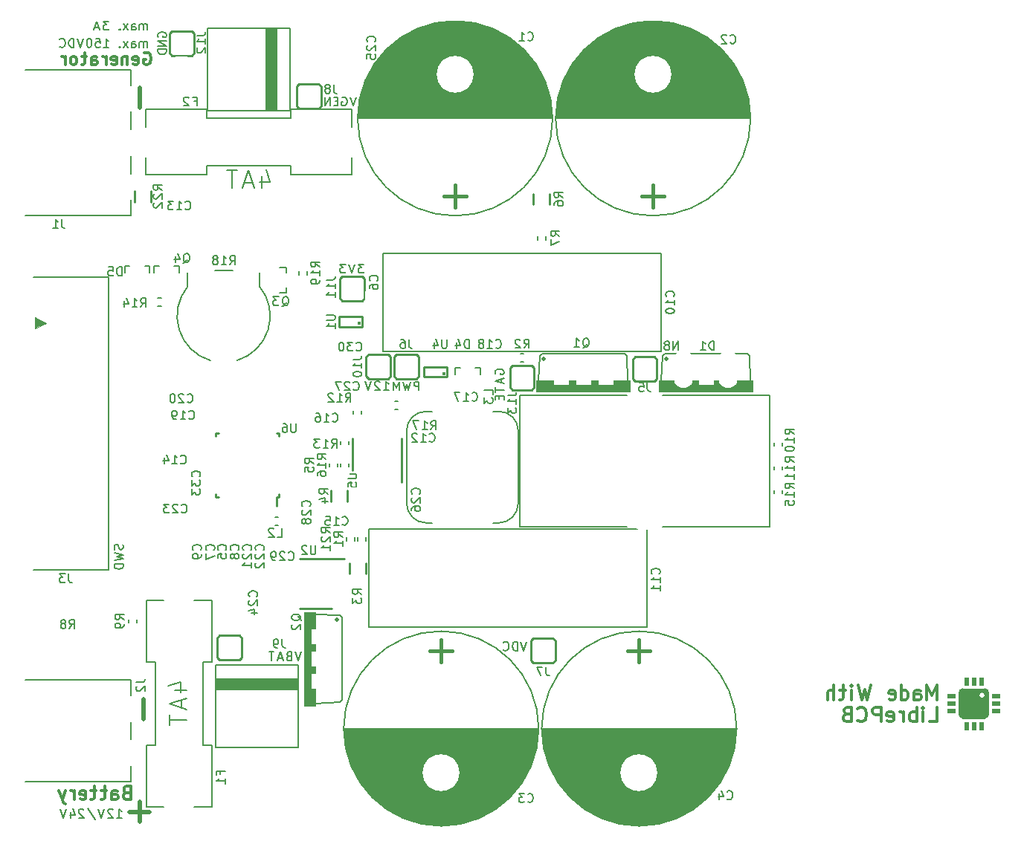
<source format=gbo>
G04 --- HEADER BEGIN --- *
%TF.GenerationSoftware,LibrePCB,LibrePCB,0.1.3*%
%TF.CreationDate,2020-03-08T21:05:15*%
%TF.ProjectId,Hydro Battery Charger - default,71762d7e-e7f1-403c-8020-db9670c01e9b,v3*%
%TF.Part,Single*%
%FSLAX66Y66*%
%MOMM*%
G01*
G74*
G04 --- HEADER END --- *
G04 --- APERTURE LIST BEGIN --- *
%ADD10C,0.25*%
%ADD11C,0.2*%
%ADD12C,0.254*%
%ADD13C,0.381X0.381*%
%ADD14C,0.381*%
%ADD15C,0.15*%
%ADD16C,0.1524*%
%ADD17C,0.0*%
%ADD18C,0.508X0.508*%
%ADD19C,0.508*%
%ADD20C,0.3*%
%ADD21C,0.4*%
%ADD22C,0.333*%
%ADD23C,0.5*%
%ADD24C,1.7*%
%ADD25R,1.7X1.5*%
%ADD26C,2.0*%
%ADD27R,1.735X0.68*%
%ADD28R,2.39X1.787*%
%ADD29R,1.2X1.3*%
%ADD30C,2.5*%
%ADD31R,0.8X1.3*%
%ADD32R,1.0X0.95*%
%ADD33O,3.2X2.0*%
%ADD34R,2.9X1.4*%
%ADD35R,3.4X5.2*%
%ADD36O,3.2X1.7*%
%ADD37R,1.3X1.2*%
%ADD38R,1.6X1.2*%
%ADD39R,0.68X1.735*%
%ADD40R,3.3X2.6*%
%ADD41O,4.2X3.0*%
%ADD42R,1.2X1.6*%
%ADD43R,1.8X1.25*%
%ADD44R,5.7X4.05*%
%ADD45O,4.2X2.74*%
%ADD46R,0.95X1.0*%
%ADD47C,4.2*%
%ADD48R,2.0X2.0*%
%ADD49R,1.787X2.39*%
%ADD50O,2.232X4.264*%
%ADD51R,3.6X2.1*%
%ADD52O,2.0X2.7*%
%ADD53R,2.0X2.7*%
%ADD54O,2.0X3.0*%
%ADD55R,0.65X1.4*%
%ADD56R,1.4X0.65*%
%ADD57O,3.0X4.2*%
%ADD58O,2.74X1.7*%
%ADD59O,2.0X3.2*%
%ADD60O,1.7X3.2*%
%ADD61R,1.5X1.7*%
G04 --- APERTURE LIST END --- *
G04 --- BOARD BEGIN --- *
D10*
X31987500Y28920000D02*
X28337500Y28920000D01*
X33387500Y34580000D02*
X28337500Y34580000D01*
X39086250Y57640000D02*
X39086250Y55390000D01*
X39356250Y55120000D01*
X41606250Y55120000D01*
X41876250Y55390000D01*
X41876250Y57640000D01*
X41606250Y57910000D01*
X39356250Y57910000D01*
X39086250Y57640000D01*
D11*
X41928472Y53768750D02*
X41928472Y54768750D01*
X41547361Y54768750D01*
X41451805Y54720972D01*
X41405139Y54673194D01*
X41357361Y54578750D01*
X41357361Y54435417D01*
X41405139Y54339861D01*
X41451805Y54292083D01*
X41547361Y54245417D01*
X41928472Y54245417D01*
X40957361Y54768750D02*
X40719583Y53768750D01*
X40528472Y54483194D01*
X40338472Y53768750D01*
X40100694Y54768750D01*
X39700694Y53768750D02*
X39700694Y54768750D01*
X39367361Y54054306D01*
X39034027Y54768750D01*
X39034027Y53768750D01*
D12*
X35454250Y61022000D02*
X35454250Y62168000D01*
X32808250Y62168000D01*
X32808250Y61022000D01*
X35454250Y61022000D01*
D13*
X35083750Y61395000D03*
D14*
X35083750Y61395000D03*
D15*
X28258750Y66976250D02*
X28258750Y67326250D01*
X29208750Y66976250D02*
X29208750Y67326250D01*
D11*
X12858750Y29845000D02*
X10874375Y29845000D01*
X10874375Y22860000D01*
X11906250Y22860000D01*
X11906250Y13335000D01*
X10874375Y13335000D01*
X10874375Y6350000D01*
X12858750Y6350000D01*
X16351250Y6350000D02*
X18335625Y6350000D01*
X18335625Y13335000D01*
X17303750Y13335000D01*
X17303750Y22860000D01*
X18335625Y22860000D01*
X18335625Y29845000D01*
X16351250Y29845000D01*
X14160417Y19600833D02*
X15493750Y19600833D01*
X13398194Y20078610D02*
X14827083Y20554166D01*
X14827083Y19316388D01*
X14922639Y18525277D02*
X14922639Y17574166D01*
X15493750Y18716388D02*
X13493750Y18049721D01*
X15493750Y17383055D01*
X13493750Y16783055D02*
X13493750Y15640833D01*
X15493750Y16211944D02*
X13493750Y16211944D01*
D16*
X30035500Y18097500D02*
X32956500Y18224500D01*
X33210500Y18478500D02*
X32956500Y18224500D01*
D17*
X30162500Y24828500D02*
X30162500Y24066500D01*
X29654500Y24066500D01*
X29654500Y24828500D01*
X30162500Y24828500D01*
G36*
X30162500Y24828500D02*
X30162500Y24066500D01*
X29654500Y24066500D01*
X29654500Y24828500D01*
X30162500Y24828500D01*
G37*
X30162500Y19748500D02*
X30162500Y17843500D01*
X29654500Y17843500D01*
X29654500Y19748500D01*
X30162500Y19748500D01*
G36*
X30162500Y19748500D02*
X30162500Y17843500D01*
X29654500Y17843500D01*
X29654500Y19748500D01*
X30162500Y19748500D01*
G37*
X30162500Y28511500D02*
X30162500Y26606500D01*
X29654500Y26606500D01*
X29654500Y28511500D01*
X30162500Y28511500D01*
G36*
X30162500Y28511500D02*
X30162500Y26606500D01*
X29654500Y26606500D01*
X29654500Y28511500D01*
X30162500Y28511500D01*
G37*
X29654500Y28511500D02*
X29654500Y17843500D01*
X28892500Y17843500D01*
X28892500Y28511500D01*
X29654500Y28511500D01*
G36*
X29654500Y28511500D02*
X29654500Y17843500D01*
X28892500Y17843500D01*
X28892500Y28511500D01*
X29654500Y28511500D01*
G37*
X30162500Y22288500D02*
X30162500Y21526500D01*
X29654500Y21526500D01*
X29654500Y22288500D01*
X30162500Y22288500D01*
G36*
X30162500Y22288500D02*
X30162500Y21526500D01*
X29654500Y21526500D01*
X29654500Y22288500D01*
X30162500Y22288500D01*
G37*
D16*
X32956500Y28130500D02*
X30035500Y28257500D01*
X32956500Y28130500D02*
X33210500Y27876500D01*
X33210500Y18478500D02*
X33210500Y27876500D01*
D18*
X32600900Y27673300D03*
D19*
X32600900Y27673300D03*
D15*
X82321250Y42052500D02*
X82321250Y42402500D01*
X83271250Y42052500D02*
X83271250Y42402500D01*
D16*
X26854150Y67779900D02*
X26041350Y67779900D01*
X26041350Y64935100D02*
X26854150Y64935100D01*
X26854150Y64935100D02*
X26854150Y65493900D01*
X26854150Y67221100D02*
X26854150Y67779900D01*
D15*
X33971250Y45418750D02*
X33971250Y45068750D01*
X33021250Y45418750D02*
X33021250Y45068750D01*
D10*
X34317500Y44688750D02*
X34317500Y48338750D01*
X39977500Y43288750D02*
X39977500Y48338750D01*
D17*
X24447500Y94973750D02*
X24447500Y85683750D01*
X25717500Y85683750D01*
X25717500Y94973750D01*
X24447500Y94973750D01*
G36*
X24447500Y94973750D02*
X24447500Y85683750D01*
X25717500Y85683750D01*
X25717500Y94973750D01*
X24447500Y94973750D01*
G37*
D11*
X17842500Y95028750D02*
X17842500Y85628750D01*
X27242500Y85628750D01*
X27242500Y95028750D01*
X17842500Y95028750D01*
D16*
X46043850Y56381650D02*
X46043850Y55568850D01*
X48888650Y55568850D02*
X48888650Y56381650D01*
X48888650Y56381650D02*
X48329850Y56381650D01*
X46602650Y56381650D02*
X46043850Y56381650D01*
D10*
X31936250Y42376250D02*
X31936250Y41126250D01*
X33786250Y42376250D02*
X33786250Y41126250D01*
D11*
X43373868Y51386154D02*
X42723868Y51386154D01*
G75*
G03*
X40523868Y49186154I0J-2200000D01*
G01*
X40523868Y40886154D01*
G03*
X42723868Y38686154I2200000J0D01*
G01*
X43373868Y38686154D01*
X50373868Y38686154D02*
X51023868Y38686154D01*
G03*
X53223868Y40886154I0J2200000D01*
G01*
X53223868Y49186154D01*
G03*
X51023868Y51386154I-2200000J0D01*
G01*
X50373868Y51386154D01*
D15*
X83271250Y47800000D02*
X83271250Y47450000D01*
X82321250Y47800000D02*
X82321250Y47450000D01*
X34606250Y37005000D02*
X34606250Y36655000D01*
X33656250Y37005000D02*
X33656250Y36655000D01*
D10*
X66232500Y57322500D02*
X66232500Y55072500D01*
X66502500Y54802500D01*
X68752500Y54802500D01*
X69022500Y55072500D01*
X69022500Y57322500D01*
X68752500Y57592500D01*
X66502500Y57592500D01*
X66232500Y57322500D01*
D11*
X71414861Y58372500D02*
X71414861Y59372500D01*
X70843750Y58372500D01*
X70843750Y59372500D01*
X70253750Y58943611D02*
X70348194Y58991389D01*
X70395972Y59039167D01*
X70443750Y59134722D01*
X70443750Y59182500D01*
X70395972Y59276944D01*
X70348194Y59324722D01*
X70253750Y59372500D01*
X70062639Y59372500D01*
X69967083Y59324722D01*
X69920417Y59276944D01*
X69872639Y59182500D01*
X69872639Y59134722D01*
X69920417Y59039167D01*
X69967083Y58991389D01*
X70062639Y58943611D01*
X70253750Y58943611D01*
X70348194Y58895833D01*
X70395972Y58849167D01*
X70443750Y58753611D01*
X70443750Y58562500D01*
X70395972Y58468056D01*
X70348194Y58420278D01*
X70253750Y58372500D01*
X70062639Y58372500D01*
X69967083Y58420278D01*
X69920417Y58468056D01*
X69872639Y58562500D01*
X69872639Y58753611D01*
X69920417Y58849167D01*
X69967083Y58895833D01*
X70062639Y58943611D01*
D10*
X9552500Y76507500D02*
X9552500Y75257500D01*
X11402500Y76507500D02*
X11402500Y75257500D01*
D15*
X35876250Y37005000D02*
X35876250Y36655000D01*
X34926250Y37005000D02*
X34926250Y36655000D01*
X83271250Y45101250D02*
X83271250Y44751250D01*
X82321250Y45101250D02*
X82321250Y44751250D01*
X34450000Y51101250D02*
X34450000Y51451250D01*
X35400000Y51101250D02*
X35400000Y51451250D01*
D16*
X8420100Y67970400D02*
X8420100Y67157600D01*
X11264900Y67157600D02*
X11264900Y67970400D01*
X11264900Y67970400D02*
X10706100Y67970400D01*
X8978900Y67970400D02*
X8420100Y67970400D01*
D10*
X35911250Y57640000D02*
X35911250Y55390000D01*
X36181250Y55120000D01*
X38431250Y55120000D01*
X38701250Y55390000D01*
X38701250Y57640000D01*
X38431250Y57910000D01*
X36181250Y57910000D01*
X35911250Y57640000D01*
D11*
X37904722Y53816250D02*
X38475833Y53816250D01*
X38190277Y53816250D02*
X38190277Y54816250D01*
X38285833Y54672917D01*
X38380277Y54578472D01*
X38475833Y54530694D01*
X37456944Y54720694D02*
X37409166Y54768472D01*
X37314722Y54816250D01*
X37075833Y54816250D01*
X36981389Y54768472D01*
X36933611Y54720694D01*
X36885833Y54626250D01*
X36885833Y54530694D01*
X36933611Y54387361D01*
X37504722Y53816250D01*
X36885833Y53816250D01*
X36485833Y54816250D02*
X36152500Y53816250D01*
X35819166Y54816250D01*
X9100000Y88540000D02*
X9100000Y90320000D01*
X-2900000Y90320000D01*
X-2900000Y73680000D02*
X9100000Y73680000D01*
X9100000Y75460000D01*
X9100000Y78460000D02*
X9100000Y80460000D01*
X9100000Y83540000D02*
X9100000Y85540000D01*
D20*
X10621527Y92223111D02*
X10753750Y92290000D01*
X10954416Y92290000D01*
X11155083Y92223111D01*
X11287305Y92089333D01*
X11354194Y91957111D01*
X11421083Y91689556D01*
X11421083Y91490444D01*
X11354194Y91222889D01*
X11287305Y91090667D01*
X11155083Y90956889D01*
X10954416Y90890000D01*
X10820639Y90890000D01*
X10621527Y90956889D01*
X10554639Y91023778D01*
X10554639Y91490444D01*
X10820639Y91490444D01*
X9374195Y90956889D02*
X9507972Y90890000D01*
X9773972Y90890000D01*
X9907750Y90956889D01*
X9974639Y91090667D01*
X9974639Y91622667D01*
X9907750Y91756444D01*
X9773972Y91823333D01*
X9507972Y91823333D01*
X9374195Y91756444D01*
X9307306Y91622667D01*
X9307306Y91490444D01*
X9974639Y91356667D01*
X8727306Y91823333D02*
X8727306Y90890000D01*
X8727306Y91689556D02*
X8660417Y91756444D01*
X8526639Y91823333D01*
X8327528Y91823333D01*
X8193750Y91756444D01*
X8126862Y91622667D01*
X8126862Y90890000D01*
X6946418Y90956889D02*
X7080195Y90890000D01*
X7346195Y90890000D01*
X7479973Y90956889D01*
X7546862Y91090667D01*
X7546862Y91622667D01*
X7479973Y91756444D01*
X7346195Y91823333D01*
X7080195Y91823333D01*
X6946418Y91756444D01*
X6879529Y91622667D01*
X6879529Y91490444D01*
X7546862Y91356667D01*
X6299529Y90890000D02*
X6299529Y91823333D01*
X6299529Y91557333D02*
X6232640Y91689556D01*
X6165751Y91756444D01*
X6033529Y91823333D01*
X5899751Y91823333D01*
X4652418Y90890000D02*
X4652418Y91622667D01*
X4719307Y91756444D01*
X4853084Y91823333D01*
X5119084Y91823333D01*
X5252862Y91756444D01*
X4652418Y90956889D02*
X4786195Y90890000D01*
X5119084Y90890000D01*
X5252862Y90956889D01*
X5319751Y91090667D01*
X5319751Y91222889D01*
X5252862Y91356667D01*
X5119084Y91423556D01*
X4786195Y91423556D01*
X4652418Y91490444D01*
X4072418Y91823333D02*
X3538862Y91823333D01*
X3871751Y92290000D02*
X3871751Y91090667D01*
X3806418Y90956889D01*
X3672640Y90890000D01*
X3538862Y90890000D01*
X2692862Y90890000D02*
X2825084Y90956889D01*
X2891973Y91023778D01*
X2958862Y91156000D01*
X2958862Y91557333D01*
X2891973Y91689556D01*
X2825084Y91756444D01*
X2692862Y91823333D01*
X2492195Y91823333D01*
X2358418Y91756444D01*
X2291529Y91689556D01*
X2226195Y91557333D01*
X2226195Y91156000D01*
X2291529Y91023778D01*
X2358418Y90956889D01*
X2492195Y90890000D01*
X2692862Y90890000D01*
X1646195Y90890000D02*
X1646195Y91823333D01*
X1646195Y91557333D02*
X1579306Y91689556D01*
X1512417Y91756444D01*
X1380195Y91823333D01*
X1246417Y91823333D01*
D15*
X55405000Y70945000D02*
X55405000Y71295000D01*
X56355000Y70945000D02*
X56355000Y71295000D01*
X9841250Y27638750D02*
X9841250Y27288750D01*
X8891250Y27638750D02*
X8891250Y27288750D01*
D10*
X57433750Y23005000D02*
X57433750Y25255000D01*
X57163750Y25525000D01*
X54913750Y25525000D01*
X54643750Y25255000D01*
X54643750Y23005000D01*
X54913750Y22735000D01*
X57163750Y22735000D01*
X57433750Y23005000D01*
D11*
X54192083Y25130000D02*
X53858750Y24130000D01*
X53525416Y25130000D01*
X53125416Y24130000D02*
X53125416Y25130000D01*
X52887638Y25130000D01*
X52744305Y25082222D01*
X52648749Y24986667D01*
X52602083Y24892222D01*
X52554305Y24701111D01*
X52554305Y24558889D01*
X52602083Y24367778D01*
X52648749Y24273333D01*
X52744305Y24177778D01*
X52887638Y24130000D01*
X53125416Y24130000D01*
X51535416Y24225556D02*
X51583194Y24177778D01*
X51725416Y24130000D01*
X51820972Y24130000D01*
X51964305Y24177778D01*
X52058749Y24273333D01*
X52106527Y24367778D01*
X52154305Y24558889D01*
X52154305Y24701111D01*
X52106527Y24892222D01*
X52058749Y24986667D01*
X51964305Y25082222D01*
X51820972Y25130000D01*
X51725416Y25130000D01*
X51583194Y25082222D01*
X51535416Y25034444D01*
D10*
X18925000Y25572500D02*
X18925000Y23322500D01*
X19195000Y23052500D01*
X21445000Y23052500D01*
X21715000Y23322500D01*
X21715000Y25572500D01*
X21445000Y25842500D01*
X19195000Y25842500D01*
X18925000Y25572500D01*
D11*
X28507778Y23971250D02*
X28174445Y22971250D01*
X27841111Y23971250D01*
X27107778Y23494583D02*
X26964444Y23447917D01*
X26917778Y23400139D01*
X26870000Y23304583D01*
X26870000Y23161250D01*
X26917778Y23066806D01*
X26964444Y23019028D01*
X27060000Y22971250D01*
X27441111Y22971250D01*
X27441111Y23971250D01*
X27107778Y23971250D01*
X27012222Y23923472D01*
X26964444Y23875694D01*
X26917778Y23781250D01*
X26917778Y23685694D01*
X26964444Y23590139D01*
X27012222Y23542361D01*
X27107778Y23494583D01*
X27441111Y23494583D01*
X26374444Y23256806D02*
X25898889Y23256806D01*
X26470000Y22971250D02*
X26136667Y23971250D01*
X25803333Y22971250D01*
X25403333Y23971250D02*
X24832222Y23971250D01*
X25117777Y22971250D02*
X25117777Y23971250D01*
D10*
X34000000Y34121250D02*
X34000000Y32871250D01*
X35850000Y34121250D02*
X35850000Y32871250D01*
D15*
X25892500Y38418750D02*
X25542500Y38418750D01*
X25892500Y39368750D02*
X25542500Y39368750D01*
D11*
X33350000Y15240000D02*
X55550000Y15240000D01*
G02*
X33350000Y15240000I-11100000J0D01*
G01*
D17*
G36*
X33350000Y15240000D02*
X55550000Y15240000D01*
G02*
X33350000Y15240000I-11100000J0D01*
G01*
G37*
D21*
X44450000Y25400000D02*
X44450000Y22860000D01*
D11*
X33350000Y15240000D02*
G02*
X55550000Y15240000I11100000J0D01*
G01*
D21*
X45720000Y24130000D02*
X43180000Y24130000D01*
D11*
X-2000000Y66656250D02*
X6600000Y66656250D01*
X6600000Y33356250D01*
X-2000000Y33356250D01*
D17*
X-1810000Y62071250D02*
X-1810000Y60801250D01*
X-540000Y61436250D01*
X-1810000Y62071250D01*
G36*
X-1810000Y62071250D02*
X-1810000Y60801250D01*
X-540000Y61436250D01*
X-1810000Y62071250D01*
G37*
D11*
X8190972Y36215763D02*
X8238750Y36072430D01*
X8238750Y35834652D01*
X8190972Y35739096D01*
X8143194Y35692430D01*
X8048750Y35644652D01*
X7953194Y35644652D01*
X7857639Y35692430D01*
X7809861Y35739096D01*
X7762083Y35834652D01*
X7715417Y36025763D01*
X7667639Y36120207D01*
X7619861Y36167985D01*
X7524306Y36215763D01*
X7428750Y36215763D01*
X7334306Y36167985D01*
X7286528Y36120207D01*
X7238750Y36025763D01*
X7238750Y35786874D01*
X7286528Y35644652D01*
X7238750Y35244652D02*
X8238750Y35006874D01*
X7524306Y34815763D01*
X8238750Y34625763D01*
X7238750Y34387985D01*
X8238750Y33987985D02*
X7238750Y33987985D01*
X7238750Y33750207D01*
X7286528Y33606874D01*
X7382083Y33511318D01*
X7476528Y33464652D01*
X7667639Y33416874D01*
X7809861Y33416874D01*
X8000972Y33464652D01*
X8095417Y33511318D01*
X8190972Y33606874D01*
X8238750Y33750207D01*
X8238750Y33987985D01*
D10*
X54782500Y56640000D02*
X52532500Y56640000D01*
X52262500Y56370000D01*
X52262500Y54120000D01*
X52532500Y53850000D01*
X54782500Y53850000D01*
X55052500Y54120000D01*
X55052500Y56370000D01*
X54782500Y56640000D01*
D11*
X50641528Y55646806D02*
X50593750Y55741250D01*
X50593750Y55884584D01*
X50641528Y56027917D01*
X50737083Y56122361D01*
X50831528Y56170139D01*
X51022639Y56217917D01*
X51164861Y56217917D01*
X51355972Y56170139D01*
X51450417Y56122361D01*
X51545972Y56027917D01*
X51593750Y55884584D01*
X51593750Y55789028D01*
X51545972Y55646806D01*
X51498194Y55599028D01*
X51164861Y55599028D01*
X51164861Y55789028D01*
X51308194Y55103472D02*
X51308194Y54627917D01*
X51593750Y55199028D02*
X50593750Y54865695D01*
X51593750Y54532361D01*
X50593750Y54132361D02*
X50593750Y53561250D01*
X51593750Y53846805D02*
X50593750Y53846805D01*
X51070417Y53161250D02*
X51070417Y52827917D01*
X51593750Y52684583D02*
X51593750Y53161250D01*
X50593750Y53161250D01*
X50593750Y52684583D01*
D15*
X12557500Y63342500D02*
X12207500Y63342500D01*
X12557500Y64292500D02*
X12207500Y64292500D01*
D10*
X13797500Y91950000D02*
X16047500Y91950000D01*
X16317500Y92220000D01*
X16317500Y94470000D01*
X16047500Y94740000D01*
X13797500Y94740000D01*
X13527500Y94470000D01*
X13527500Y92220000D01*
X13797500Y91950000D01*
D11*
X12224028Y94054444D02*
X12176250Y94148888D01*
X12176250Y94292222D01*
X12224028Y94435555D01*
X12319583Y94529999D01*
X12414028Y94577777D01*
X12605139Y94625555D01*
X12747361Y94625555D01*
X12938472Y94577777D01*
X13032917Y94529999D01*
X13128472Y94435555D01*
X13176250Y94292222D01*
X13176250Y94196666D01*
X13128472Y94054444D01*
X13080694Y94006666D01*
X12747361Y94006666D01*
X12747361Y94196666D01*
X13176250Y93606666D02*
X12176250Y93606666D01*
X13176250Y93035555D01*
X12176250Y93035555D01*
X13176250Y92635555D02*
X12176250Y92635555D01*
X12176250Y92397777D01*
X12224028Y92254444D01*
X12319583Y92158888D01*
X12414028Y92112222D01*
X12605139Y92064444D01*
X12747361Y92064444D01*
X12938472Y92112222D01*
X13032917Y92158888D01*
X13128472Y92254444D01*
X13176250Y92397777D01*
X13176250Y92635555D01*
D17*
X69278500Y54927500D02*
X71183500Y54927500D01*
X71183500Y54419500D01*
X69278500Y54419500D01*
X69278500Y54927500D01*
G36*
X69278500Y54927500D02*
X71183500Y54927500D01*
X71183500Y54419500D01*
X69278500Y54419500D01*
X69278500Y54927500D01*
G37*
D16*
X69659500Y57721500D02*
X69913500Y57975500D01*
D17*
X69278500Y54419500D02*
X79946500Y54419500D01*
X79946500Y53657500D01*
X69278500Y53657500D01*
X69278500Y54419500D01*
G36*
X69278500Y54419500D02*
X79946500Y54419500D01*
X79946500Y53657500D01*
X69278500Y53657500D01*
X69278500Y54419500D01*
G37*
D16*
X79311500Y57975500D02*
X69913500Y57975500D01*
D17*
X75501500Y54927500D02*
X76263500Y54927500D01*
X76263500Y54419500D01*
X75501500Y54419500D01*
X75501500Y54927500D01*
G36*
X75501500Y54927500D02*
X76263500Y54927500D01*
X76263500Y54419500D01*
X75501500Y54419500D01*
X75501500Y54927500D01*
G37*
D16*
X79311500Y57975500D02*
X79565500Y57721500D01*
X79692500Y54800500D02*
X79565500Y57721500D01*
X69659500Y57721500D02*
X69532500Y54800500D01*
D17*
X78041500Y54927500D02*
X79946500Y54927500D01*
X79946500Y54419500D01*
X78041500Y54419500D01*
X78041500Y54927500D01*
G36*
X78041500Y54927500D02*
X79946500Y54927500D01*
X79946500Y54419500D01*
X78041500Y54419500D01*
X78041500Y54927500D01*
G37*
X72961500Y54927500D02*
X73723500Y54927500D01*
X73723500Y54419500D01*
X72961500Y54419500D01*
X72961500Y54927500D01*
G36*
X72961500Y54927500D02*
X73723500Y54927500D01*
X73723500Y54419500D01*
X72961500Y54419500D01*
X72961500Y54927500D01*
G37*
D18*
X70116700Y57365900D03*
D19*
X70116700Y57365900D03*
D15*
X39545000Y51595000D02*
X39195000Y51595000D01*
X39545000Y52545000D02*
X39195000Y52545000D01*
D11*
X69507500Y69417500D02*
X37807500Y69417500D01*
X37807500Y58217500D01*
X69507500Y58217500D01*
X69507500Y69417500D01*
D16*
X11753850Y67970400D02*
X11753850Y67157600D01*
X14598650Y67157600D02*
X14598650Y67970400D01*
X14598650Y67970400D02*
X14039850Y67970400D01*
X12312650Y67970400D02*
X11753850Y67970400D01*
D11*
X57137500Y84772500D02*
X34937500Y84772500D01*
G02*
X57137500Y84772500I11100000J0D01*
G01*
D17*
G36*
X57137500Y84772500D02*
X34937500Y84772500D01*
G02*
X57137500Y84772500I11100000J0D01*
G01*
G37*
D21*
X46037500Y74612500D02*
X46037500Y77152500D01*
D11*
X57137500Y84772500D02*
G02*
X34937500Y84772500I-11100000J0D01*
G01*
D21*
X44767500Y75882500D02*
X47307500Y75882500D01*
D12*
X45138000Y55307000D02*
X45138000Y56453000D01*
X42492000Y56453000D01*
X42492000Y55307000D01*
X45138000Y55307000D01*
D13*
X44767500Y55680000D03*
D14*
X44767500Y55680000D03*
D10*
X18758750Y48543750D02*
X18758750Y48868750D01*
X19083750Y48868750D01*
X26008750Y41943750D02*
X26008750Y41618750D01*
X25683750Y41618750D01*
X25683750Y40618750D01*
X18758750Y41943750D02*
X18758750Y41618750D01*
X19083750Y41618750D01*
X26008750Y48543750D02*
X26008750Y48868750D01*
X25683750Y48868750D01*
D17*
X102976500Y17462500D02*
X102129500Y17462500D01*
X102129500Y17039500D01*
X102976500Y17039500D01*
X102976500Y17462500D01*
G36*
X102976500Y17462500D02*
X102129500Y17462500D01*
X102129500Y17039500D01*
X102976500Y17039500D01*
X102976500Y17462500D01*
G37*
X105303500Y20213500D02*
X104881500Y20213500D01*
X104881500Y21060500D01*
X105303500Y21060500D01*
X105303500Y20213500D01*
G36*
X105303500Y20213500D02*
X104881500Y20213500D01*
X104881500Y21060500D01*
X105303500Y21060500D01*
X105303500Y20213500D01*
G37*
X106150500Y20213500D02*
X105727500Y20213500D01*
X105727500Y21060500D01*
X106150500Y21060500D01*
X106150500Y20213500D01*
G36*
X106150500Y20213500D02*
X105727500Y20213500D01*
X105727500Y21060500D01*
X106150500Y21060500D01*
X106150500Y20213500D01*
G37*
X107208500Y19155500D02*
X108055500Y19155500D01*
X108055500Y18732500D01*
X107208500Y18732500D01*
X107208500Y19155500D01*
G36*
X107208500Y19155500D02*
X108055500Y19155500D01*
X108055500Y18732500D01*
X107208500Y18732500D01*
X107208500Y19155500D01*
G37*
X105303500Y15981500D02*
X104881500Y15981500D01*
X104881500Y15134500D01*
X105303500Y15134500D01*
X105303500Y15981500D01*
G36*
X105303500Y15981500D02*
X104881500Y15981500D01*
X104881500Y15134500D01*
X105303500Y15134500D01*
X105303500Y15981500D01*
G37*
X106362500Y19790500D02*
X103822500Y19790500D01*
G03*
X103399500Y19367500I0J-423000D01*
G01*
X103399500Y16827500D01*
G03*
X103822500Y16404500I423000J0D01*
G01*
X106362500Y16404500D01*
G03*
X106785500Y16827500I0J423000D01*
G01*
X106785500Y19027500D01*
X106355500Y19027500D01*
G02*
X106022500Y18694100I-333200J-200D01*
G01*
G02*
X105689100Y19027500I0J333400D01*
G01*
G02*
X106022500Y19360500I333200J-200D01*
G01*
G02*
X106355500Y19027500I0J-333000D01*
G01*
X106785500Y19027500D01*
X106785500Y19367500D01*
G03*
X106362500Y19790500I-423000J0D01*
G01*
G36*
X106362500Y19790500D02*
X103822500Y19790500D01*
G03*
X103399500Y19367500I0J-423000D01*
G01*
X103399500Y16827500D01*
G03*
X103822500Y16404500I423000J0D01*
G01*
X106362500Y16404500D01*
G03*
X106785500Y16827500I0J423000D01*
G01*
X106785500Y19027500D01*
X106355500Y19027500D01*
G02*
X106022500Y18694100I-333200J-200D01*
G01*
G02*
X105689100Y19027500I0J333400D01*
G01*
G02*
X106022500Y19360500I333200J-200D01*
G01*
G02*
X106355500Y19027500I0J-333000D01*
G01*
X106785500Y19027500D01*
X106785500Y19367500D01*
G03*
X106362500Y19790500I-423000J0D01*
G01*
G37*
X102976500Y19155500D02*
X102129500Y19155500D01*
X102129500Y18732500D01*
X102976500Y18732500D01*
X102976500Y19155500D01*
G36*
X102976500Y19155500D02*
X102129500Y19155500D01*
X102129500Y18732500D01*
X102976500Y18732500D01*
X102976500Y19155500D01*
G37*
X104457500Y20213500D02*
X104034500Y20213500D01*
X104034500Y21060500D01*
X104457500Y21060500D01*
X104457500Y20213500D01*
G36*
X104457500Y20213500D02*
X104034500Y20213500D01*
X104034500Y21060500D01*
X104457500Y21060500D01*
X104457500Y20213500D01*
G37*
X107208500Y18308500D02*
X108055500Y18308500D01*
X108055500Y17886500D01*
X107208500Y17886500D01*
X107208500Y18308500D01*
G36*
X107208500Y18308500D02*
X108055500Y18308500D01*
X108055500Y17886500D01*
X107208500Y17886500D01*
X107208500Y18308500D01*
G37*
X106150500Y15981500D02*
X105727500Y15981500D01*
X105727500Y15134500D01*
X106150500Y15134500D01*
X106150500Y15981500D01*
G36*
X106150500Y15981500D02*
X105727500Y15981500D01*
X105727500Y15134500D01*
X106150500Y15134500D01*
X106150500Y15981500D01*
G37*
X107208500Y17462500D02*
X108055500Y17462500D01*
X108055500Y17039500D01*
X107208500Y17039500D01*
X107208500Y17462500D01*
G36*
X107208500Y17462500D02*
X108055500Y17462500D01*
X108055500Y17039500D01*
X107208500Y17039500D01*
X107208500Y17462500D01*
G37*
X104457500Y15981500D02*
X104034500Y15981500D01*
X104034500Y15134500D01*
X104457500Y15134500D01*
X104457500Y15981500D01*
G36*
X104457500Y15981500D02*
X104034500Y15981500D01*
X104034500Y15134500D01*
X104457500Y15134500D01*
X104457500Y15981500D01*
G37*
X102976500Y18308500D02*
X102129500Y18308500D01*
X102129500Y17886500D01*
X102976500Y17886500D01*
X102976500Y18308500D01*
G36*
X102976500Y18308500D02*
X102129500Y18308500D01*
X102129500Y17886500D01*
X102976500Y17886500D01*
X102976500Y18308500D01*
G37*
D22*
X100862500Y18514000D02*
X100862500Y20180000D01*
X100307167Y18989736D01*
X99751833Y20180000D01*
X99751833Y18514000D01*
X98291506Y18514000D02*
X98291506Y19385873D01*
X98371104Y19545069D01*
X98530300Y19624667D01*
X98846840Y19624667D01*
X99006035Y19545069D01*
X98291506Y18593598D02*
X98450702Y18514000D01*
X98846840Y18514000D01*
X99006035Y18593598D01*
X99085633Y18752793D01*
X99085633Y18910138D01*
X99006035Y19069333D01*
X98846840Y19148931D01*
X98450702Y19148931D01*
X98291506Y19228529D01*
X96831179Y18514000D02*
X96831179Y20180000D01*
X96831179Y18593598D02*
X96990375Y18514000D01*
X97308766Y18514000D01*
X97466110Y18593598D01*
X97545708Y18673196D01*
X97625306Y18830540D01*
X97625306Y19308127D01*
X97545708Y19465471D01*
X97466110Y19545069D01*
X97308766Y19624667D01*
X96990375Y19624667D01*
X96831179Y19545069D01*
X95450450Y18593598D02*
X95609646Y18514000D01*
X95926186Y18514000D01*
X96085381Y18593598D01*
X96164979Y18752793D01*
X96164979Y19385873D01*
X96085381Y19545069D01*
X95926186Y19624667D01*
X95609646Y19624667D01*
X95450450Y19545069D01*
X95370852Y19385873D01*
X95370852Y19228529D01*
X96164979Y19069333D01*
X93372053Y20180000D02*
X92975915Y18514000D01*
X92657524Y19704264D01*
X92340984Y18514000D01*
X91944846Y20180000D01*
X91199048Y18514000D02*
X91199048Y19624667D01*
X91199048Y20180000D02*
X91278646Y20100402D01*
X91199048Y20020804D01*
X91119450Y20100402D01*
X91199048Y20180000D01*
X91199048Y20020804D01*
X90453250Y19624667D02*
X89818319Y19624667D01*
X90214457Y20180000D02*
X90214457Y18752793D01*
X90136710Y18593598D01*
X89977514Y18514000D01*
X89818319Y18514000D01*
X89152119Y18514000D02*
X89152119Y20180000D01*
X88437590Y18514000D02*
X88437590Y19385873D01*
X88517188Y19545069D01*
X88676383Y19624667D01*
X88913326Y19624667D01*
X89072521Y19545069D01*
X89152119Y19465471D01*
X100068373Y16015000D02*
X100862500Y16015000D01*
X100862500Y17681000D01*
X99322575Y16015000D02*
X99322575Y17125667D01*
X99322575Y17681000D02*
X99402173Y17601402D01*
X99322575Y17521804D01*
X99242977Y17601402D01*
X99322575Y17681000D01*
X99322575Y17521804D01*
X98576777Y16015000D02*
X98576777Y17681000D01*
X98576777Y17046069D02*
X98417581Y17125667D01*
X98101041Y17125667D01*
X97941846Y17046069D01*
X97862248Y16966471D01*
X97782650Y16809127D01*
X97782650Y16331540D01*
X97862248Y16174196D01*
X97941846Y16094598D01*
X98101041Y16015000D01*
X98417581Y16015000D01*
X98576777Y16094598D01*
X97116450Y16015000D02*
X97116450Y17125667D01*
X97116450Y16809127D02*
X97036852Y16966471D01*
X96957254Y17046069D01*
X96799910Y17125667D01*
X96640714Y17125667D01*
X95259985Y16094598D02*
X95419181Y16015000D01*
X95735721Y16015000D01*
X95894916Y16094598D01*
X95974514Y16253793D01*
X95974514Y16886873D01*
X95894916Y17046069D01*
X95735721Y17125667D01*
X95419181Y17125667D01*
X95259985Y17046069D01*
X95180387Y16886873D01*
X95180387Y16729529D01*
X95974514Y16570333D01*
X94514187Y16015000D02*
X94514187Y17681000D01*
X93879256Y17681000D01*
X93720060Y17601402D01*
X93642314Y17521804D01*
X93562716Y17364460D01*
X93562716Y17125667D01*
X93642314Y16966471D01*
X93720060Y16886873D01*
X93879256Y16809127D01*
X94514187Y16809127D01*
X91865447Y16174196D02*
X91945045Y16094598D01*
X92181987Y16015000D01*
X92341183Y16015000D01*
X92579976Y16094598D01*
X92737320Y16253793D01*
X92816918Y16411138D01*
X92896516Y16729529D01*
X92896516Y16966471D01*
X92816918Y17284862D01*
X92737320Y17442207D01*
X92579976Y17601402D01*
X92341183Y17681000D01*
X92181987Y17681000D01*
X91945045Y17601402D01*
X91865447Y17521804D01*
X90643914Y16886873D02*
X90405120Y16809127D01*
X90327374Y16729529D01*
X90247776Y16570333D01*
X90247776Y16331540D01*
X90327374Y16174196D01*
X90405120Y16094598D01*
X90564316Y16015000D01*
X91199247Y16015000D01*
X91199247Y17681000D01*
X90643914Y17681000D01*
X90484718Y17601402D01*
X90405120Y17521804D01*
X90327374Y17364460D01*
X90327374Y17205264D01*
X90405120Y17046069D01*
X90484718Y16966471D01*
X90643914Y16886873D01*
X91199247Y16886873D01*
D17*
X18850000Y19685000D02*
X28140000Y19685000D01*
X28140000Y20955000D01*
X18850000Y20955000D01*
X18850000Y19685000D01*
G36*
X18850000Y19685000D02*
X28140000Y19685000D01*
X28140000Y20955000D01*
X18850000Y20955000D01*
X18850000Y19685000D01*
G37*
D11*
X18795000Y13080000D02*
X28195000Y13080000D01*
X28195000Y22480000D01*
X18795000Y22480000D01*
X18795000Y13080000D01*
D15*
X33021250Y47608750D02*
X33021250Y47958750D01*
X33971250Y47608750D02*
X33971250Y47958750D01*
D11*
X79680000Y84772500D02*
X57480000Y84772500D01*
G02*
X79680000Y84772500I11100000J0D01*
G01*
D17*
G36*
X79680000Y84772500D02*
X57480000Y84772500D01*
G02*
X79680000Y84772500I11100000J0D01*
G01*
G37*
D21*
X68580000Y74612500D02*
X68580000Y77152500D01*
D11*
X79680000Y84772500D02*
G02*
X57480000Y84772500I-11100000J0D01*
G01*
D21*
X67310000Y75882500D02*
X69850000Y75882500D01*
D10*
X30763750Y86187500D02*
X30763750Y88437500D01*
X30493750Y88707500D01*
X28243750Y88707500D01*
X27973750Y88437500D01*
X27973750Y86187500D01*
X28243750Y85917500D01*
X30493750Y85917500D01*
X30763750Y86187500D01*
D11*
X34786667Y87201250D02*
X34453334Y86201250D01*
X34120000Y87201250D01*
X33148889Y87153472D02*
X33243333Y87201250D01*
X33386667Y87201250D01*
X33530000Y87153472D01*
X33624444Y87057917D01*
X33672222Y86963472D01*
X33720000Y86772361D01*
X33720000Y86630139D01*
X33672222Y86439028D01*
X33624444Y86344583D01*
X33530000Y86249028D01*
X33386667Y86201250D01*
X33291111Y86201250D01*
X33148889Y86249028D01*
X33101111Y86296806D01*
X33101111Y86630139D01*
X33291111Y86630139D01*
X32701111Y86724583D02*
X32367778Y86724583D01*
X32224444Y86201250D02*
X32701111Y86201250D01*
X32701111Y87201250D01*
X32224444Y87201250D01*
X31824444Y86201250D02*
X31824444Y87201250D01*
X31253333Y86201250D01*
X31253333Y87201250D01*
D15*
X32701250Y45418750D02*
X32701250Y45068750D01*
X31751250Y45418750D02*
X31751250Y45068750D01*
X53482500Y57942500D02*
X53832500Y57942500D01*
X53482500Y56992500D02*
X53832500Y56992500D01*
D11*
X69627500Y38220000D02*
X81877500Y38220000D01*
X81877500Y53220000D01*
X69627500Y53220000D01*
X65627500Y53220000D02*
X53377500Y53220000D01*
X53377500Y38220000D01*
X65627500Y38220000D01*
X10795000Y80327500D02*
X10795000Y78343125D01*
X17780000Y78343125D01*
X17780000Y79375000D01*
X27305000Y79375000D01*
X27305000Y78343125D01*
X34290000Y78343125D01*
X34290000Y80327500D01*
X34290000Y83820000D02*
X34290000Y85804375D01*
X27305000Y85804375D01*
X27305000Y84772500D01*
X17780000Y84772500D01*
X17780000Y85804375D01*
X10795000Y85804375D01*
X10795000Y83820000D01*
X24045833Y78168333D02*
X24045833Y76835000D01*
X24523610Y78930556D02*
X24999166Y77501667D01*
X23761388Y77501667D01*
X22970277Y77406111D02*
X22019166Y77406111D01*
X23161388Y76835000D02*
X22494721Y78835000D01*
X21828055Y76835000D01*
X21228055Y78835000D02*
X20085833Y78835000D01*
X20656944Y76835000D02*
X20656944Y78835000D01*
D10*
X56805000Y74940000D02*
X56805000Y76190000D01*
X54955000Y74940000D02*
X54955000Y76190000D01*
D11*
X20685000Y67480000D02*
X18685000Y67480000D01*
X23785000Y67230000D02*
X23785000Y65610000D01*
G02*
X21185000Y57180000I-4089848J-3354549D01*
G01*
X15585000Y67230000D02*
X15585000Y65610000D01*
G03*
X18185000Y57180000I4089848J-3354549D01*
G01*
D16*
X65722500Y54800500D02*
X65595500Y57721500D01*
X65341500Y57975500D02*
X65595500Y57721500D01*
D17*
X58991500Y54927500D02*
X59753500Y54927500D01*
X59753500Y54419500D01*
X58991500Y54419500D01*
X58991500Y54927500D01*
G36*
X58991500Y54927500D02*
X59753500Y54927500D01*
X59753500Y54419500D01*
X58991500Y54419500D01*
X58991500Y54927500D01*
G37*
X64071500Y54927500D02*
X65976500Y54927500D01*
X65976500Y54419500D01*
X64071500Y54419500D01*
X64071500Y54927500D01*
G36*
X64071500Y54927500D02*
X65976500Y54927500D01*
X65976500Y54419500D01*
X64071500Y54419500D01*
X64071500Y54927500D01*
G37*
X55308500Y54927500D02*
X57213500Y54927500D01*
X57213500Y54419500D01*
X55308500Y54419500D01*
X55308500Y54927500D01*
G36*
X55308500Y54927500D02*
X57213500Y54927500D01*
X57213500Y54419500D01*
X55308500Y54419500D01*
X55308500Y54927500D01*
G37*
X55308500Y54419500D02*
X65976500Y54419500D01*
X65976500Y53657500D01*
X55308500Y53657500D01*
X55308500Y54419500D01*
G36*
X55308500Y54419500D02*
X65976500Y54419500D01*
X65976500Y53657500D01*
X55308500Y53657500D01*
X55308500Y54419500D01*
G37*
X61531500Y54927500D02*
X62293500Y54927500D01*
X62293500Y54419500D01*
X61531500Y54419500D01*
X61531500Y54927500D01*
G36*
X61531500Y54927500D02*
X62293500Y54927500D01*
X62293500Y54419500D01*
X61531500Y54419500D01*
X61531500Y54927500D01*
G37*
D16*
X55689500Y57721500D02*
X55562500Y54800500D01*
X55689500Y57721500D02*
X55943500Y57975500D01*
X65341500Y57975500D02*
X55943500Y57975500D01*
D18*
X56146700Y57365900D03*
D19*
X56146700Y57365900D03*
D11*
X55892500Y15240000D02*
X78092500Y15240000D01*
G02*
X55892500Y15240000I-11100000J0D01*
G01*
D17*
G36*
X55892500Y15240000D02*
X78092500Y15240000D01*
G02*
X55892500Y15240000I-11100000J0D01*
G01*
G37*
D21*
X66992500Y25400000D02*
X66992500Y22860000D01*
D11*
X55892500Y15240000D02*
G02*
X78092500Y15240000I11100000J0D01*
G01*
D21*
X68262500Y24130000D02*
X65722500Y24130000D01*
D11*
X-2900000Y9220000D02*
X9100000Y9220000D01*
X9100000Y11000000D01*
X9100000Y14000000D02*
X9100000Y16000000D01*
X9100000Y19000000D02*
X9100000Y20780000D01*
X-2900000Y20780000D01*
D20*
X8609584Y7935000D02*
X8394584Y7865000D01*
X8324584Y7793333D01*
X8252917Y7650000D01*
X8252917Y7435000D01*
X8324584Y7293333D01*
X8394584Y7221667D01*
X8537917Y7150000D01*
X9109584Y7150000D01*
X9109584Y8650000D01*
X8609584Y8650000D01*
X8466251Y8578333D01*
X8394584Y8506667D01*
X8324584Y8365000D01*
X8324584Y8221667D01*
X8394584Y8078333D01*
X8466251Y8006667D01*
X8609584Y7935000D01*
X9109584Y7935000D01*
X6937917Y7150000D02*
X6937917Y7935000D01*
X7009584Y8078333D01*
X7152917Y8150000D01*
X7437917Y8150000D01*
X7581250Y8078333D01*
X6937917Y7221667D02*
X7081250Y7150000D01*
X7437917Y7150000D01*
X7581250Y7221667D01*
X7652917Y7365000D01*
X7652917Y7506667D01*
X7581250Y7650000D01*
X7437917Y7721667D01*
X7081250Y7721667D01*
X6937917Y7793333D01*
X6337917Y8150000D02*
X5766250Y8150000D01*
X6122917Y8650000D02*
X6122917Y7365000D01*
X6052917Y7221667D01*
X5909584Y7150000D01*
X5766250Y7150000D01*
X5166250Y8150000D02*
X4594583Y8150000D01*
X4951250Y8650000D02*
X4951250Y7365000D01*
X4881250Y7221667D01*
X4737917Y7150000D01*
X4594583Y7150000D01*
X3351250Y7221667D02*
X3494583Y7150000D01*
X3779583Y7150000D01*
X3922916Y7221667D01*
X3994583Y7365000D01*
X3994583Y7935000D01*
X3922916Y8078333D01*
X3779583Y8150000D01*
X3494583Y8150000D01*
X3351250Y8078333D01*
X3279583Y7935000D01*
X3279583Y7793333D01*
X3994583Y7650000D01*
X2679583Y7150000D02*
X2679583Y8150000D01*
X2679583Y7865000D02*
X2607916Y8006667D01*
X2536250Y8078333D01*
X2394583Y8150000D01*
X2251250Y8150000D01*
X1651250Y8150000D02*
X1294583Y7150000D01*
X936250Y8150000D02*
X1294583Y7150000D01*
X1436250Y6793333D01*
X1507917Y6721667D01*
X1651250Y6650000D01*
D10*
X35685000Y64280000D02*
X35685000Y66530000D01*
X35415000Y66800000D01*
X33165000Y66800000D01*
X32895000Y66530000D01*
X32895000Y64280000D01*
X33165000Y64010000D01*
X35415000Y64010000D01*
X35685000Y64280000D01*
D11*
X35642222Y68151250D02*
X35023333Y68151250D01*
X35356666Y67770139D01*
X35213333Y67770139D01*
X35118889Y67722361D01*
X35071111Y67674583D01*
X35023333Y67580139D01*
X35023333Y67341250D01*
X35071111Y67246806D01*
X35118889Y67199028D01*
X35213333Y67151250D01*
X35498889Y67151250D01*
X35594444Y67199028D01*
X35642222Y67246806D01*
X34623333Y68151250D02*
X34290000Y67151250D01*
X33956666Y68151250D01*
X33556666Y68151250D02*
X32937777Y68151250D01*
X33271110Y67770139D01*
X33127777Y67770139D01*
X33033333Y67722361D01*
X32985555Y67674583D01*
X32937777Y67580139D01*
X32937777Y67341250D01*
X32985555Y67246806D01*
X33033333Y67199028D01*
X33127777Y67151250D01*
X33413333Y67151250D01*
X33508888Y67199028D01*
X33556666Y67246806D01*
X67920000Y37985000D02*
X36220000Y37985000D01*
X36220000Y26785000D01*
X67920000Y26785000D01*
X67920000Y37985000D01*
X10953750Y94846527D02*
X10953750Y95513194D01*
X10953750Y95417638D02*
X10905972Y95465416D01*
X10810417Y95513194D01*
X10668194Y95513194D01*
X10572639Y95465416D01*
X10524861Y95369860D01*
X10524861Y94846527D01*
X10524861Y95369860D02*
X10477083Y95465416D01*
X10382639Y95513194D01*
X10239306Y95513194D01*
X10143750Y95465416D01*
X10097083Y95369860D01*
X10097083Y94846527D01*
X9220416Y94846527D02*
X9220416Y95369860D01*
X9268194Y95465416D01*
X9363750Y95513194D01*
X9553750Y95513194D01*
X9649305Y95465416D01*
X9220416Y94894305D02*
X9315972Y94846527D01*
X9553750Y94846527D01*
X9649305Y94894305D01*
X9697083Y94989860D01*
X9697083Y95084305D01*
X9649305Y95179860D01*
X9553750Y95227638D01*
X9315972Y95227638D01*
X9220416Y95275416D01*
X8820416Y94846527D02*
X8297083Y95513194D01*
X8820416Y95513194D02*
X8297083Y94846527D01*
X7849305Y94942083D02*
X7801527Y94894305D01*
X7849305Y94846527D01*
X7897083Y94894305D01*
X7849305Y94942083D01*
X7849305Y94846527D01*
X6601528Y95846527D02*
X5982639Y95846527D01*
X6315972Y95465416D01*
X6172639Y95465416D01*
X6078195Y95417638D01*
X6030417Y95369860D01*
X5982639Y95275416D01*
X5982639Y95036527D01*
X6030417Y94942083D01*
X6078195Y94894305D01*
X6172639Y94846527D01*
X6458195Y94846527D01*
X6553750Y94894305D01*
X6601528Y94942083D01*
X5487083Y95132083D02*
X5011528Y95132083D01*
X5582639Y94846527D02*
X5249306Y95846527D01*
X4915972Y94846527D01*
X10953750Y92868750D02*
X10953750Y93535417D01*
X10953750Y93439861D02*
X10905972Y93487639D01*
X10810417Y93535417D01*
X10668194Y93535417D01*
X10572639Y93487639D01*
X10524861Y93392083D01*
X10524861Y92868750D01*
X10524861Y93392083D02*
X10477083Y93487639D01*
X10382639Y93535417D01*
X10239306Y93535417D01*
X10143750Y93487639D01*
X10097083Y93392083D01*
X10097083Y92868750D01*
X9220416Y92868750D02*
X9220416Y93392083D01*
X9268194Y93487639D01*
X9363750Y93535417D01*
X9553750Y93535417D01*
X9649305Y93487639D01*
X9220416Y92916528D02*
X9315972Y92868750D01*
X9553750Y92868750D01*
X9649305Y92916528D01*
X9697083Y93012083D01*
X9697083Y93106528D01*
X9649305Y93202083D01*
X9553750Y93249861D01*
X9315972Y93249861D01*
X9220416Y93297639D01*
X8820416Y92868750D02*
X8297083Y93535417D01*
X8820416Y93535417D02*
X8297083Y92868750D01*
X7849305Y92964306D02*
X7801527Y92916528D01*
X7849305Y92868750D01*
X7897083Y92916528D01*
X7849305Y92964306D01*
X7849305Y92868750D01*
X6030417Y92868750D02*
X6601528Y92868750D01*
X6315972Y92868750D02*
X6315972Y93868750D01*
X6411528Y93725417D01*
X6505972Y93630972D01*
X6601528Y93583194D01*
X5107084Y93868750D02*
X5582639Y93868750D01*
X5630417Y93392083D01*
X5582639Y93439861D01*
X5487084Y93487639D01*
X5249306Y93487639D01*
X5153750Y93439861D01*
X5107084Y93392083D01*
X5059306Y93297639D01*
X5059306Y93058750D01*
X5107084Y92964306D01*
X5153750Y92916528D01*
X5249306Y92868750D01*
X5487084Y92868750D01*
X5582639Y92916528D01*
X5630417Y92964306D01*
X4421528Y93868750D02*
X4325973Y93868750D01*
X4230417Y93820972D01*
X4182639Y93773194D01*
X4135973Y93678750D01*
X4088195Y93487639D01*
X4088195Y93249861D01*
X4135973Y93058750D01*
X4182639Y92964306D01*
X4230417Y92916528D01*
X4325973Y92868750D01*
X4421528Y92868750D01*
X4515973Y92916528D01*
X4563750Y92964306D01*
X4611528Y93058750D01*
X4659306Y93249861D01*
X4659306Y93487639D01*
X4611528Y93678750D01*
X4563750Y93773194D01*
X4515973Y93820972D01*
X4421528Y93868750D01*
X3688195Y93868750D02*
X3354862Y92868750D01*
X3021528Y93868750D01*
X2621528Y92868750D02*
X2621528Y93868750D01*
X2383750Y93868750D01*
X2240417Y93820972D01*
X2144861Y93725417D01*
X2098195Y93630972D01*
X2050417Y93439861D01*
X2050417Y93297639D01*
X2098195Y93106528D01*
X2144861Y93012083D01*
X2240417Y92916528D01*
X2383750Y92868750D01*
X2621528Y92868750D01*
X1031528Y92964306D02*
X1079306Y92916528D01*
X1221528Y92868750D01*
X1317084Y92868750D01*
X1460417Y92916528D01*
X1554861Y93012083D01*
X1602639Y93106528D01*
X1650417Y93297639D01*
X1650417Y93439861D01*
X1602639Y93630972D01*
X1554861Y93725417D01*
X1460417Y93820972D01*
X1317084Y93868750D01*
X1221528Y93868750D01*
X1079306Y93820972D01*
X1031528Y93773194D01*
X7525139Y5080000D02*
X8096250Y5080000D01*
X7810694Y5080000D02*
X7810694Y6080000D01*
X7906250Y5936667D01*
X8000694Y5842222D01*
X8096250Y5794444D01*
X7077361Y5984444D02*
X7029583Y6032222D01*
X6935139Y6080000D01*
X6696250Y6080000D01*
X6601806Y6032222D01*
X6554028Y5984444D01*
X6506250Y5890000D01*
X6506250Y5794444D01*
X6554028Y5651111D01*
X7125139Y5080000D01*
X6506250Y5080000D01*
X6106250Y6080000D02*
X5772917Y5080000D01*
X5439583Y6080000D01*
X4182916Y6127778D02*
X5039583Y4842222D01*
X3735138Y5984444D02*
X3687360Y6032222D01*
X3592916Y6080000D01*
X3354027Y6080000D01*
X3259583Y6032222D01*
X3211805Y5984444D01*
X3164027Y5890000D01*
X3164027Y5794444D01*
X3211805Y5651111D01*
X3782916Y5080000D01*
X3164027Y5080000D01*
X2287360Y5746667D02*
X2287360Y5080000D01*
X2526249Y6127778D02*
X2764027Y5413333D01*
X2145138Y5413333D01*
X1745138Y6080000D02*
X1411805Y5080000D01*
X1078471Y6080000D01*
D23*
X10604167Y18573750D02*
X10604167Y16287083D01*
X11271250Y5747083D02*
X8984583Y5747083D01*
X10127917Y4603750D02*
X10127917Y6890417D01*
X10127917Y88265000D02*
X10127917Y85978333D01*
D11*
X27072499Y34496806D02*
X27120277Y34449028D01*
X27262499Y34401250D01*
X27358055Y34401250D01*
X27501388Y34449028D01*
X27595832Y34544583D01*
X27643610Y34639028D01*
X27691388Y34830139D01*
X27691388Y34972361D01*
X27643610Y35163472D01*
X27595832Y35257917D01*
X27501388Y35353472D01*
X27358055Y35401250D01*
X27262499Y35401250D01*
X27120277Y35353472D01*
X27072499Y35305694D01*
X26624721Y35305694D02*
X26576943Y35353472D01*
X26482499Y35401250D01*
X26243610Y35401250D01*
X26149166Y35353472D01*
X26101388Y35305694D01*
X26053610Y35211250D01*
X26053610Y35115694D01*
X26101388Y34972361D01*
X26672499Y34401250D01*
X26053610Y34401250D01*
X25558054Y34401250D02*
X25368054Y34401250D01*
X25272499Y34449028D01*
X25224721Y34496806D01*
X25130277Y34639028D01*
X25082499Y34830139D01*
X25082499Y35211250D01*
X25130277Y35305694D01*
X25176943Y35353472D01*
X25272499Y35401250D01*
X25463610Y35401250D01*
X25558054Y35353472D01*
X25605832Y35305694D01*
X25653610Y35211250D01*
X25653610Y34972361D01*
X25605832Y34877917D01*
X25558054Y34830139D01*
X25463610Y34782361D01*
X25272499Y34782361D01*
X25176943Y34830139D01*
X25130277Y34877917D01*
X25082499Y34972361D01*
X30163750Y36090000D02*
X30163750Y35280000D01*
X30115972Y35185556D01*
X30068194Y35137778D01*
X29973750Y35090000D01*
X29782639Y35090000D01*
X29687083Y35137778D01*
X29640417Y35185556D01*
X29592639Y35280000D01*
X29592639Y36090000D01*
X29144861Y35994444D02*
X29097083Y36042222D01*
X29002639Y36090000D01*
X28763750Y36090000D01*
X28669306Y36042222D01*
X28621528Y35994444D01*
X28573750Y35900000D01*
X28573750Y35804444D01*
X28621528Y35661111D01*
X29192639Y35090000D01*
X28573750Y35090000D01*
X40776250Y59578750D02*
X40776250Y58864306D01*
X40824028Y58722083D01*
X40919583Y58626528D01*
X41061805Y58578750D01*
X41157361Y58578750D01*
X39899583Y59578750D02*
X40090694Y59578750D01*
X40186250Y59530972D01*
X40232917Y59483194D01*
X40328472Y59340972D01*
X40376250Y59149861D01*
X40376250Y58768750D01*
X40328472Y58674306D01*
X40280694Y58626528D01*
X40186250Y58578750D01*
X39995139Y58578750D01*
X39899583Y58626528D01*
X39852917Y58674306D01*
X39805139Y58768750D01*
X39805139Y59007639D01*
X39852917Y59102083D01*
X39899583Y59149861D01*
X39995139Y59197639D01*
X40186250Y59197639D01*
X40280694Y59149861D01*
X40328472Y59102083D01*
X40376250Y59007639D01*
X22764444Y35576111D02*
X22812222Y35623889D01*
X22860000Y35766111D01*
X22860000Y35861667D01*
X22812222Y36005000D01*
X22716667Y36099444D01*
X22622222Y36147222D01*
X22431111Y36195000D01*
X22288889Y36195000D01*
X22097778Y36147222D01*
X22003333Y36099444D01*
X21907778Y36005000D01*
X21860000Y35861667D01*
X21860000Y35766111D01*
X21907778Y35623889D01*
X21955556Y35576111D01*
X21955556Y35128333D02*
X21907778Y35080555D01*
X21860000Y34986111D01*
X21860000Y34747222D01*
X21907778Y34652778D01*
X21955556Y34605000D01*
X22050000Y34557222D01*
X22145556Y34557222D01*
X22288889Y34605000D01*
X22860000Y35176111D01*
X22860000Y34557222D01*
X22860000Y33586111D02*
X22860000Y34157222D01*
X22860000Y33871666D02*
X21860000Y33871666D01*
X22003333Y33967222D01*
X22097778Y34061666D01*
X22145556Y34157222D01*
X31385000Y62366111D02*
X32195000Y62366111D01*
X32289444Y62318333D01*
X32337222Y62270555D01*
X32385000Y62176111D01*
X32385000Y61985000D01*
X32337222Y61889444D01*
X32289444Y61842778D01*
X32195000Y61795000D01*
X31385000Y61795000D01*
X32385000Y60823889D02*
X32385000Y61395000D01*
X32385000Y61109444D02*
X31385000Y61109444D01*
X31528333Y61205000D01*
X31622778Y61299444D01*
X31670556Y61395000D01*
X30616250Y67836805D02*
X30139583Y68170138D01*
X30616250Y68407916D02*
X29616250Y68407916D01*
X29616250Y68026805D01*
X29664028Y67931249D01*
X29711806Y67884583D01*
X29806250Y67836805D01*
X29949583Y67836805D01*
X30045139Y67884583D01*
X30092917Y67931249D01*
X30139583Y68026805D01*
X30139583Y68407916D01*
X30616250Y66865694D02*
X30616250Y67436805D01*
X30616250Y67151249D02*
X29616250Y67151249D01*
X29759583Y67246805D01*
X29854028Y67341249D01*
X29901806Y67436805D01*
X30616250Y66370138D02*
X30616250Y66180138D01*
X30568472Y66084583D01*
X30520694Y66036805D01*
X30378472Y65942361D01*
X30187361Y65894583D01*
X29806250Y65894583D01*
X29711806Y65942361D01*
X29664028Y65989027D01*
X29616250Y66084583D01*
X29616250Y66275694D01*
X29664028Y66370138D01*
X29711806Y66417916D01*
X29806250Y66465694D01*
X30045139Y66465694D01*
X30139583Y66417916D01*
X30187361Y66370138D01*
X30235139Y66275694D01*
X30235139Y66084583D01*
X30187361Y65989027D01*
X30139583Y65942361D01*
X30045139Y65894583D01*
X19320417Y10074306D02*
X19320417Y10407639D01*
X19843750Y10407639D02*
X18843750Y10407639D01*
X18843750Y9930972D01*
X19843750Y8959861D02*
X19843750Y9530972D01*
X19843750Y9245416D02*
X18843750Y9245416D01*
X18987083Y9340972D01*
X19081528Y9435416D01*
X19129306Y9530972D01*
X33194861Y38513056D02*
X33242639Y38465278D01*
X33384861Y38417500D01*
X33480417Y38417500D01*
X33623750Y38465278D01*
X33718194Y38560833D01*
X33765972Y38655278D01*
X33813750Y38846389D01*
X33813750Y38988611D01*
X33765972Y39179722D01*
X33718194Y39274167D01*
X33623750Y39369722D01*
X33480417Y39417500D01*
X33384861Y39417500D01*
X33242639Y39369722D01*
X33194861Y39321944D01*
X32223750Y38417500D02*
X32794861Y38417500D01*
X32509305Y38417500D02*
X32509305Y39417500D01*
X32604861Y39274167D01*
X32699305Y39179722D01*
X32794861Y39131944D01*
X31300417Y39417500D02*
X31775972Y39417500D01*
X31823750Y38940833D01*
X31775972Y38988611D01*
X31680417Y39036389D01*
X31442639Y39036389D01*
X31347083Y38988611D01*
X31300417Y38940833D01*
X31252639Y38846389D01*
X31252639Y38607500D01*
X31300417Y38513056D01*
X31347083Y38465278D01*
X31442639Y38417500D01*
X31680417Y38417500D01*
X31775972Y38465278D01*
X31823750Y38513056D01*
X2095061Y26641550D02*
X2428394Y27118217D01*
X2666172Y26641550D02*
X2666172Y27641550D01*
X2285061Y27641550D01*
X2189505Y27593772D01*
X2142839Y27545994D01*
X2095061Y27451550D01*
X2095061Y27308217D01*
X2142839Y27212661D01*
X2189505Y27164883D01*
X2285061Y27118217D01*
X2666172Y27118217D01*
X1505061Y27212661D02*
X1599505Y27260439D01*
X1647283Y27308217D01*
X1695061Y27403772D01*
X1695061Y27451550D01*
X1647283Y27545994D01*
X1599505Y27593772D01*
X1505061Y27641550D01*
X1313950Y27641550D01*
X1218394Y27593772D01*
X1171728Y27545994D01*
X1123950Y27451550D01*
X1123950Y27403772D01*
X1171728Y27308217D01*
X1218394Y27260439D01*
X1313950Y27212661D01*
X1505061Y27212661D01*
X1599505Y27164883D01*
X1647283Y27118217D01*
X1695061Y27022661D01*
X1695061Y26831550D01*
X1647283Y26737106D01*
X1599505Y26689328D01*
X1505061Y26641550D01*
X1313950Y26641550D01*
X1218394Y26689328D01*
X1171728Y26737106D01*
X1123950Y26831550D01*
X1123950Y27022661D01*
X1171728Y27118217D01*
X1218394Y27164883D01*
X1313950Y27212661D01*
X18557569Y35576111D02*
X18605347Y35623889D01*
X18653125Y35766111D01*
X18653125Y35861667D01*
X18605347Y36005000D01*
X18509792Y36099444D01*
X18415347Y36147222D01*
X18224236Y36195000D01*
X18082014Y36195000D01*
X17890903Y36147222D01*
X17796458Y36099444D01*
X17700903Y36005000D01*
X17653125Y35861667D01*
X17653125Y35766111D01*
X17700903Y35623889D01*
X17748681Y35576111D01*
X17653125Y35176111D02*
X17653125Y34509444D01*
X18653125Y34938333D01*
X28524506Y27543056D02*
X28476728Y27638611D01*
X28381172Y27734167D01*
X28238950Y27876389D01*
X28191172Y27971944D01*
X28191172Y28067500D01*
X28428950Y28019722D02*
X28381172Y28114167D01*
X28285617Y28209722D01*
X28095617Y28257500D01*
X27762283Y28257500D01*
X27572283Y28209722D01*
X27476728Y28114167D01*
X27428950Y28019722D01*
X27428950Y27828611D01*
X27476728Y27734167D01*
X27572283Y27638611D01*
X27762283Y27590833D01*
X28095617Y27590833D01*
X28285617Y27638611D01*
X28381172Y27734167D01*
X28428950Y27828611D01*
X28428950Y28019722D01*
X27524506Y27095278D02*
X27476728Y27047500D01*
X27428950Y26953056D01*
X27428950Y26714167D01*
X27476728Y26619723D01*
X27524506Y26571945D01*
X27618950Y26524167D01*
X27714506Y26524167D01*
X27857839Y26571945D01*
X28428950Y27143056D01*
X28428950Y26524167D01*
X84612500Y42595555D02*
X84135833Y42928888D01*
X84612500Y43166666D02*
X83612500Y43166666D01*
X83612500Y42785555D01*
X83660278Y42689999D01*
X83708056Y42643333D01*
X83802500Y42595555D01*
X83945833Y42595555D01*
X84041389Y42643333D01*
X84089167Y42689999D01*
X84135833Y42785555D01*
X84135833Y43166666D01*
X84612500Y41624444D02*
X84612500Y42195555D01*
X84612500Y41909999D02*
X83612500Y41909999D01*
X83755833Y42005555D01*
X83850278Y42099999D01*
X83898056Y42195555D01*
X83612500Y40701111D02*
X83612500Y41176666D01*
X84089167Y41224444D01*
X84041389Y41176666D01*
X83993611Y41081111D01*
X83993611Y40843333D01*
X84041389Y40747777D01*
X84089167Y40701111D01*
X84183611Y40653333D01*
X84422500Y40653333D01*
X84516944Y40701111D01*
X84564722Y40747777D01*
X84612500Y40843333D01*
X84612500Y41081111D01*
X84564722Y41176666D01*
X84516944Y41224444D01*
X14779861Y45498056D02*
X14827639Y45450278D01*
X14969861Y45402500D01*
X15065417Y45402500D01*
X15208750Y45450278D01*
X15303194Y45545833D01*
X15350972Y45640278D01*
X15398750Y45831389D01*
X15398750Y45973611D01*
X15350972Y46164722D01*
X15303194Y46259167D01*
X15208750Y46354722D01*
X15065417Y46402500D01*
X14969861Y46402500D01*
X14827639Y46354722D01*
X14779861Y46306944D01*
X13808750Y45402500D02*
X14379861Y45402500D01*
X14094305Y45402500D02*
X14094305Y46402500D01*
X14189861Y46259167D01*
X14284305Y46164722D01*
X14379861Y46116944D01*
X12932083Y46069167D02*
X12932083Y45402500D01*
X13170972Y46450278D02*
X13408750Y45735833D01*
X12789861Y45735833D01*
X26345972Y63356944D02*
X26441527Y63404722D01*
X26537083Y63500278D01*
X26679305Y63642500D01*
X26774860Y63690278D01*
X26870416Y63690278D01*
X26822638Y63452500D02*
X26917083Y63500278D01*
X27012638Y63595833D01*
X27060416Y63785833D01*
X27060416Y64119167D01*
X27012638Y64309167D01*
X26917083Y64404722D01*
X26822638Y64452500D01*
X26631527Y64452500D01*
X26537083Y64404722D01*
X26441527Y64309167D01*
X26393749Y64119167D01*
X26393749Y63785833D01*
X26441527Y63595833D01*
X26537083Y63500278D01*
X26631527Y63452500D01*
X26822638Y63452500D01*
X25945972Y64452500D02*
X25327083Y64452500D01*
X25660416Y64071389D01*
X25517083Y64071389D01*
X25422639Y64023611D01*
X25374861Y63975833D01*
X25327083Y63881389D01*
X25327083Y63642500D01*
X25374861Y63548056D01*
X25422639Y63500278D01*
X25517083Y63452500D01*
X25802639Y63452500D01*
X25898194Y63500278D01*
X25945972Y63548056D01*
X31343750Y45929305D02*
X30867083Y46262638D01*
X31343750Y46500416D02*
X30343750Y46500416D01*
X30343750Y46119305D01*
X30391528Y46023749D01*
X30439306Y45977083D01*
X30533750Y45929305D01*
X30677083Y45929305D01*
X30772639Y45977083D01*
X30820417Y46023749D01*
X30867083Y46119305D01*
X30867083Y46500416D01*
X31343750Y44958194D02*
X31343750Y45529305D01*
X31343750Y45243749D02*
X30343750Y45243749D01*
X30487083Y45339305D01*
X30581528Y45433749D01*
X30629306Y45529305D01*
X30343750Y44081527D02*
X30343750Y44272638D01*
X30391528Y44368194D01*
X30439306Y44414861D01*
X30581528Y44510416D01*
X30772639Y44558194D01*
X31153750Y44558194D01*
X31248194Y44510416D01*
X31295972Y44462638D01*
X31343750Y44368194D01*
X31343750Y44177083D01*
X31295972Y44081527D01*
X31248194Y44034861D01*
X31153750Y43987083D01*
X30914861Y43987083D01*
X30820417Y44034861D01*
X30772639Y44081527D01*
X30724861Y44177083D01*
X30724861Y44368194D01*
X30772639Y44462638D01*
X30820417Y44510416D01*
X30914861Y44558194D01*
X33820000Y44268611D02*
X34630000Y44268611D01*
X34724444Y44220833D01*
X34772222Y44173055D01*
X34820000Y44078611D01*
X34820000Y43887500D01*
X34772222Y43791944D01*
X34724444Y43745278D01*
X34630000Y43697500D01*
X33820000Y43697500D01*
X33820000Y42774167D02*
X33820000Y43249722D01*
X34296667Y43297500D01*
X34248889Y43249722D01*
X34201111Y43154167D01*
X34201111Y42916389D01*
X34248889Y42820833D01*
X34296667Y42774167D01*
X34391111Y42726389D01*
X34630000Y42726389D01*
X34724444Y42774167D01*
X34772222Y42820833D01*
X34820000Y42916389D01*
X34820000Y43154167D01*
X34772222Y43249722D01*
X34724444Y43297500D01*
X47626250Y58578750D02*
X47626250Y59578750D01*
X47388472Y59578750D01*
X47245139Y59530972D01*
X47149583Y59435417D01*
X47102917Y59340972D01*
X47055139Y59149861D01*
X47055139Y59007639D01*
X47102917Y58816528D01*
X47149583Y58722083D01*
X47245139Y58626528D01*
X47388472Y58578750D01*
X47626250Y58578750D01*
X46178472Y59245417D02*
X46178472Y58578750D01*
X46417361Y59626528D02*
X46655139Y58912083D01*
X46036250Y58912083D01*
X31578750Y41975139D02*
X31102083Y42308472D01*
X31578750Y42546250D02*
X30578750Y42546250D01*
X30578750Y42165139D01*
X30626528Y42069583D01*
X30674306Y42022917D01*
X30768750Y41975139D01*
X30912083Y41975139D01*
X31007639Y42022917D01*
X31055417Y42069583D01*
X31102083Y42165139D01*
X31102083Y42546250D01*
X30912083Y41098472D02*
X31578750Y41098472D01*
X30530972Y41337361D02*
X31245417Y41575139D01*
X31245417Y40956250D01*
X50323978Y53333127D02*
X50323978Y53809794D01*
X49323978Y53809794D01*
X49323978Y52933127D02*
X49323978Y52314238D01*
X49705089Y52647571D01*
X49705089Y52504238D01*
X49752867Y52409794D01*
X49800645Y52362016D01*
X49895089Y52314238D01*
X50133978Y52314238D01*
X50228422Y52362016D01*
X50276200Y52409794D01*
X50323978Y52504238D01*
X50323978Y52789794D01*
X50276200Y52885349D01*
X50228422Y52933127D01*
X17049444Y35576111D02*
X17097222Y35623889D01*
X17145000Y35766111D01*
X17145000Y35861667D01*
X17097222Y36005000D01*
X17001667Y36099444D01*
X16907222Y36147222D01*
X16716111Y36195000D01*
X16573889Y36195000D01*
X16382778Y36147222D01*
X16288333Y36099444D01*
X16192778Y36005000D01*
X16145000Y35861667D01*
X16145000Y35766111D01*
X16192778Y35623889D01*
X16240556Y35576111D01*
X17145000Y35080555D02*
X17145000Y34890555D01*
X17097222Y34795000D01*
X17049444Y34747222D01*
X16907222Y34652778D01*
X16716111Y34605000D01*
X16335000Y34605000D01*
X16240556Y34652778D01*
X16192778Y34699444D01*
X16145000Y34795000D01*
X16145000Y34986111D01*
X16192778Y35080555D01*
X16240556Y35128333D01*
X16335000Y35176111D01*
X16573889Y35176111D01*
X16668333Y35128333D01*
X16716111Y35080555D01*
X16763889Y34986111D01*
X16763889Y34795000D01*
X16716111Y34699444D01*
X16668333Y34652778D01*
X16573889Y34605000D01*
X84612500Y48786805D02*
X84135833Y49120138D01*
X84612500Y49357916D02*
X83612500Y49357916D01*
X83612500Y48976805D01*
X83660278Y48881249D01*
X83708056Y48834583D01*
X83802500Y48786805D01*
X83945833Y48786805D01*
X84041389Y48834583D01*
X84089167Y48881249D01*
X84135833Y48976805D01*
X84135833Y49357916D01*
X84612500Y47815694D02*
X84612500Y48386805D01*
X84612500Y48101249D02*
X83612500Y48101249D01*
X83755833Y48196805D01*
X83850278Y48291249D01*
X83898056Y48386805D01*
X83612500Y47177916D02*
X83612500Y47082361D01*
X83660278Y46986805D01*
X83708056Y46939027D01*
X83802500Y46892361D01*
X83993611Y46844583D01*
X84231389Y46844583D01*
X84422500Y46892361D01*
X84516944Y46939027D01*
X84564722Y46986805D01*
X84612500Y47082361D01*
X84612500Y47177916D01*
X84564722Y47272361D01*
X84516944Y47320138D01*
X84422500Y47367916D01*
X84231389Y47415694D01*
X83993611Y47415694D01*
X83802500Y47367916D01*
X83708056Y47320138D01*
X83660278Y47272361D01*
X83612500Y47177916D01*
X31820000Y37539444D02*
X31343333Y37872777D01*
X31820000Y38110555D02*
X30820000Y38110555D01*
X30820000Y37729444D01*
X30867778Y37633888D01*
X30915556Y37587222D01*
X31010000Y37539444D01*
X31153333Y37539444D01*
X31248889Y37587222D01*
X31296667Y37633888D01*
X31343333Y37729444D01*
X31343333Y38110555D01*
X30915556Y37091666D02*
X30867778Y37043888D01*
X30820000Y36949444D01*
X30820000Y36710555D01*
X30867778Y36616111D01*
X30915556Y36568333D01*
X31010000Y36520555D01*
X31105556Y36520555D01*
X31248889Y36568333D01*
X31820000Y37139444D01*
X31820000Y36520555D01*
X31820000Y35549444D02*
X31820000Y36120555D01*
X31820000Y35834999D02*
X30820000Y35834999D01*
X30963333Y35930555D01*
X31057778Y36024999D01*
X31105556Y36120555D01*
X67922500Y54657500D02*
X67922500Y53943056D01*
X67970278Y53800833D01*
X68065833Y53705278D01*
X68208055Y53657500D01*
X68303611Y53657500D01*
X66999167Y54657500D02*
X67474722Y54657500D01*
X67522500Y54180833D01*
X67474722Y54228611D01*
X67379167Y54276389D01*
X67141389Y54276389D01*
X67045833Y54228611D01*
X66999167Y54180833D01*
X66951389Y54086389D01*
X66951389Y53847500D01*
X66999167Y53753056D01*
X67045833Y53705278D01*
X67141389Y53657500D01*
X67379167Y53657500D01*
X67474722Y53705278D01*
X67522500Y53753056D01*
X12687500Y76615833D02*
X12210833Y76949166D01*
X12687500Y77186944D02*
X11687500Y77186944D01*
X11687500Y76805833D01*
X11735278Y76710277D01*
X11783056Y76663611D01*
X11877500Y76615833D01*
X12020833Y76615833D01*
X12116389Y76663611D01*
X12164167Y76710277D01*
X12210833Y76805833D01*
X12210833Y77186944D01*
X11783056Y76168055D02*
X11735278Y76120277D01*
X11687500Y76025833D01*
X11687500Y75786944D01*
X11735278Y75692500D01*
X11783056Y75644722D01*
X11877500Y75596944D01*
X11973056Y75596944D01*
X12116389Y75644722D01*
X12687500Y76215833D01*
X12687500Y75596944D01*
X11783056Y75149166D02*
X11735278Y75101388D01*
X11687500Y75006944D01*
X11687500Y74768055D01*
X11735278Y74673611D01*
X11783056Y74625833D01*
X11877500Y74578055D01*
X11973056Y74578055D01*
X12116389Y74625833D01*
X12687500Y75196944D01*
X12687500Y74578055D01*
X33248750Y37030000D02*
X32772083Y37363333D01*
X33248750Y37601111D02*
X32248750Y37601111D01*
X32248750Y37220000D01*
X32296528Y37124444D01*
X32344306Y37077778D01*
X32438750Y37030000D01*
X32582083Y37030000D01*
X32677639Y37077778D01*
X32725417Y37124444D01*
X32772083Y37220000D01*
X32772083Y37601111D01*
X33248750Y36058889D02*
X33248750Y36630000D01*
X33248750Y36344444D02*
X32248750Y36344444D01*
X32392083Y36440000D01*
X32486528Y36534444D01*
X32534306Y36630000D01*
X14896527Y39894306D02*
X14944305Y39846528D01*
X15086527Y39798750D01*
X15182083Y39798750D01*
X15325416Y39846528D01*
X15419860Y39942083D01*
X15467638Y40036528D01*
X15515416Y40227639D01*
X15515416Y40369861D01*
X15467638Y40560972D01*
X15419860Y40655417D01*
X15325416Y40750972D01*
X15182083Y40798750D01*
X15086527Y40798750D01*
X14944305Y40750972D01*
X14896527Y40703194D01*
X14448749Y40703194D02*
X14400971Y40750972D01*
X14306527Y40798750D01*
X14067638Y40798750D01*
X13973194Y40750972D01*
X13925416Y40703194D01*
X13877638Y40608750D01*
X13877638Y40513194D01*
X13925416Y40369861D01*
X14496527Y39798750D01*
X13877638Y39798750D01*
X13477638Y40798750D02*
X12858749Y40798750D01*
X13192082Y40417639D01*
X13048749Y40417639D01*
X12954305Y40369861D01*
X12906527Y40322083D01*
X12858749Y40227639D01*
X12858749Y39988750D01*
X12906527Y39894306D01*
X12954305Y39846528D01*
X13048749Y39798750D01*
X13334305Y39798750D01*
X13429860Y39846528D01*
X13477638Y39894306D01*
X50657361Y58674306D02*
X50705139Y58626528D01*
X50847361Y58578750D01*
X50942917Y58578750D01*
X51086250Y58626528D01*
X51180694Y58722083D01*
X51228472Y58816528D01*
X51276250Y59007639D01*
X51276250Y59149861D01*
X51228472Y59340972D01*
X51180694Y59435417D01*
X51086250Y59530972D01*
X50942917Y59578750D01*
X50847361Y59578750D01*
X50705139Y59530972D01*
X50657361Y59483194D01*
X49686250Y58578750D02*
X50257361Y58578750D01*
X49971805Y58578750D02*
X49971805Y59578750D01*
X50067361Y59435417D01*
X50161805Y59340972D01*
X50257361Y59293194D01*
X49096250Y59149861D02*
X49190694Y59197639D01*
X49238472Y59245417D01*
X49286250Y59340972D01*
X49286250Y59388750D01*
X49238472Y59483194D01*
X49190694Y59530972D01*
X49096250Y59578750D01*
X48905139Y59578750D01*
X48809583Y59530972D01*
X48762917Y59483194D01*
X48715139Y59388750D01*
X48715139Y59340972D01*
X48762917Y59245417D01*
X48809583Y59197639D01*
X48905139Y59149861D01*
X49096250Y59149861D01*
X49190694Y59102083D01*
X49238472Y59055417D01*
X49286250Y58959861D01*
X49286250Y58768750D01*
X49238472Y58674306D01*
X49190694Y58626528D01*
X49096250Y58578750D01*
X48905139Y58578750D01*
X48809583Y58626528D01*
X48762917Y58674306D01*
X48715139Y58768750D01*
X48715139Y58959861D01*
X48762917Y59055417D01*
X48809583Y59102083D01*
X48905139Y59149861D01*
X84612500Y45611805D02*
X84135833Y45945138D01*
X84612500Y46182916D02*
X83612500Y46182916D01*
X83612500Y45801805D01*
X83660278Y45706249D01*
X83708056Y45659583D01*
X83802500Y45611805D01*
X83945833Y45611805D01*
X84041389Y45659583D01*
X84089167Y45706249D01*
X84135833Y45801805D01*
X84135833Y46182916D01*
X84612500Y44640694D02*
X84612500Y45211805D01*
X84612500Y44926249D02*
X83612500Y44926249D01*
X83755833Y45021805D01*
X83850278Y45116249D01*
X83898056Y45211805D01*
X84612500Y43669583D02*
X84612500Y44240694D01*
X84612500Y43955138D02*
X83612500Y43955138D01*
X83755833Y44050694D01*
X83850278Y44145138D01*
X83898056Y44240694D01*
X33570694Y52476250D02*
X33904027Y52952917D01*
X34141805Y52476250D02*
X34141805Y53476250D01*
X33760694Y53476250D01*
X33665138Y53428472D01*
X33618472Y53380694D01*
X33570694Y53286250D01*
X33570694Y53142917D01*
X33618472Y53047361D01*
X33665138Y52999583D01*
X33760694Y52952917D01*
X34141805Y52952917D01*
X32599583Y52476250D02*
X33170694Y52476250D01*
X32885138Y52476250D02*
X32885138Y53476250D01*
X32980694Y53332917D01*
X33075138Y53238472D01*
X33170694Y53190694D01*
X32151805Y53380694D02*
X32104027Y53428472D01*
X32009583Y53476250D01*
X31770694Y53476250D01*
X31676250Y53428472D01*
X31628472Y53380694D01*
X31580694Y53286250D01*
X31580694Y53190694D01*
X31628472Y53047361D01*
X32199583Y52476250D01*
X31580694Y52476250D01*
X8073611Y66833750D02*
X8073611Y67833750D01*
X7835833Y67833750D01*
X7692500Y67785972D01*
X7596944Y67690417D01*
X7550278Y67595972D01*
X7502500Y67404861D01*
X7502500Y67262639D01*
X7550278Y67071528D01*
X7596944Y66977083D01*
X7692500Y66881528D01*
X7835833Y66833750D01*
X8073611Y66833750D01*
X6579167Y67833750D02*
X7054722Y67833750D01*
X7102500Y67357083D01*
X7054722Y67404861D01*
X6959167Y67452639D01*
X6721389Y67452639D01*
X6625833Y67404861D01*
X6579167Y67357083D01*
X6531389Y67262639D01*
X6531389Y67023750D01*
X6579167Y66929306D01*
X6625833Y66881528D01*
X6721389Y66833750D01*
X6959167Y66833750D01*
X7054722Y66881528D01*
X7102500Y66929306D01*
X34401250Y57295555D02*
X35115694Y57295555D01*
X35257917Y57343333D01*
X35353472Y57438888D01*
X35401250Y57581110D01*
X35401250Y57676666D01*
X35401250Y56324444D02*
X35401250Y56895555D01*
X35401250Y56609999D02*
X34401250Y56609999D01*
X34544583Y56705555D01*
X34639028Y56799999D01*
X34686806Y56895555D01*
X34401250Y55686666D02*
X34401250Y55591111D01*
X34449028Y55495555D01*
X34496806Y55447777D01*
X34591250Y55401111D01*
X34782361Y55353333D01*
X35020139Y55353333D01*
X35211250Y55401111D01*
X35305694Y55447777D01*
X35353472Y55495555D01*
X35401250Y55591111D01*
X35401250Y55686666D01*
X35353472Y55781111D01*
X35305694Y55828888D01*
X35211250Y55876666D01*
X35020139Y55924444D01*
X34782361Y55924444D01*
X34591250Y55876666D01*
X34496806Y55828888D01*
X34449028Y55781111D01*
X34401250Y55686666D01*
X1231250Y73268750D02*
X1231250Y72554306D01*
X1279028Y72412083D01*
X1374583Y72316528D01*
X1516805Y72268750D01*
X1612361Y72268750D01*
X260139Y72268750D02*
X831250Y72268750D01*
X545694Y72268750D02*
X545694Y73268750D01*
X641250Y73125417D01*
X735694Y73030972D01*
X831250Y72983194D01*
X57921250Y71367778D02*
X57444583Y71701111D01*
X57921250Y71938889D02*
X56921250Y71938889D01*
X56921250Y71557778D01*
X56969028Y71462222D01*
X57016806Y71415556D01*
X57111250Y71367778D01*
X57254583Y71367778D01*
X57350139Y71415556D01*
X57397917Y71462222D01*
X57444583Y71557778D01*
X57444583Y71938889D01*
X56921250Y70967778D02*
X56921250Y70301111D01*
X57921250Y70730000D01*
X8325000Y27663750D02*
X7848333Y27997083D01*
X8325000Y28234861D02*
X7325000Y28234861D01*
X7325000Y27853750D01*
X7372778Y27758194D01*
X7420556Y27711528D01*
X7515000Y27663750D01*
X7658333Y27663750D01*
X7753889Y27711528D01*
X7801667Y27758194D01*
X7848333Y27853750D01*
X7848333Y28234861D01*
X8325000Y27168194D02*
X8325000Y26978194D01*
X8277222Y26882639D01*
X8229444Y26834861D01*
X8087222Y26740417D01*
X7896111Y26692639D01*
X7515000Y26692639D01*
X7420556Y26740417D01*
X7372778Y26787083D01*
X7325000Y26882639D01*
X7325000Y27073750D01*
X7372778Y27168194D01*
X7420556Y27215972D01*
X7515000Y27263750D01*
X7753889Y27263750D01*
X7848333Y27215972D01*
X7896111Y27168194D01*
X7943889Y27073750D01*
X7943889Y26882639D01*
X7896111Y26787083D01*
X7848333Y26740417D01*
X7753889Y26692639D01*
X56381528Y22272500D02*
X56381528Y21558056D01*
X56429306Y21415833D01*
X56524861Y21320278D01*
X56667083Y21272500D01*
X56762639Y21272500D01*
X55981528Y22272500D02*
X55314861Y22272500D01*
X55743750Y21272500D01*
X26330000Y25447500D02*
X26330000Y24733056D01*
X26377778Y24590833D01*
X26473333Y24495278D01*
X26615555Y24447500D01*
X26711111Y24447500D01*
X25834444Y24447500D02*
X25644444Y24447500D01*
X25548889Y24495278D01*
X25501111Y24543056D01*
X25406667Y24685278D01*
X25358889Y24876389D01*
X25358889Y25257500D01*
X25406667Y25351944D01*
X25453333Y25399722D01*
X25548889Y25447500D01*
X25740000Y25447500D01*
X25834444Y25399722D01*
X25882222Y25351944D01*
X25930000Y25257500D01*
X25930000Y25018611D01*
X25882222Y24924167D01*
X25834444Y24876389D01*
X25740000Y24828611D01*
X25548889Y24828611D01*
X25453333Y24876389D01*
X25406667Y24924167D01*
X25358889Y25018611D01*
X19906944Y35576111D02*
X19954722Y35623889D01*
X20002500Y35766111D01*
X20002500Y35861667D01*
X19954722Y36005000D01*
X19859167Y36099444D01*
X19764722Y36147222D01*
X19573611Y36195000D01*
X19431389Y36195000D01*
X19240278Y36147222D01*
X19145833Y36099444D01*
X19050278Y36005000D01*
X19002500Y35861667D01*
X19002500Y35766111D01*
X19050278Y35623889D01*
X19098056Y35576111D01*
X19002500Y34652778D02*
X19002500Y35128333D01*
X19479167Y35176111D01*
X19431389Y35128333D01*
X19383611Y35032778D01*
X19383611Y34795000D01*
X19431389Y34699444D01*
X19479167Y34652778D01*
X19573611Y34605000D01*
X19812500Y34605000D01*
X19906944Y34652778D01*
X19954722Y34699444D01*
X20002500Y34795000D01*
X20002500Y35032778D01*
X19954722Y35128333D01*
X19906944Y35176111D01*
X35388750Y30545139D02*
X34912083Y30878472D01*
X35388750Y31116250D02*
X34388750Y31116250D01*
X34388750Y30735139D01*
X34436528Y30639583D01*
X34484306Y30592917D01*
X34578750Y30545139D01*
X34722083Y30545139D01*
X34817639Y30592917D01*
X34865417Y30639583D01*
X34912083Y30735139D01*
X34912083Y31116250D01*
X34388750Y30145139D02*
X34388750Y29526250D01*
X34769861Y29859583D01*
X34769861Y29716250D01*
X34817639Y29621806D01*
X34865417Y29574028D01*
X34959861Y29526250D01*
X35198750Y29526250D01*
X35293194Y29574028D01*
X35340972Y29621806D01*
X35388750Y29716250D01*
X35388750Y30001806D01*
X35340972Y30097361D01*
X35293194Y30145139D01*
X25829861Y37077500D02*
X26306528Y37077500D01*
X26306528Y38077500D01*
X25382083Y37981944D02*
X25334305Y38029722D01*
X25239861Y38077500D01*
X25000972Y38077500D01*
X24906528Y38029722D01*
X24858750Y37981944D01*
X24810972Y37887500D01*
X24810972Y37791944D01*
X24858750Y37648611D01*
X25429861Y37077500D01*
X24810972Y37077500D01*
X54308611Y6921806D02*
X54356389Y6874028D01*
X54498611Y6826250D01*
X54594167Y6826250D01*
X54737500Y6874028D01*
X54831944Y6969583D01*
X54879722Y7064028D01*
X54927500Y7255139D01*
X54927500Y7397361D01*
X54879722Y7588472D01*
X54831944Y7682917D01*
X54737500Y7778472D01*
X54594167Y7826250D01*
X54498611Y7826250D01*
X54356389Y7778472D01*
X54308611Y7730694D01*
X53908611Y7826250D02*
X53289722Y7826250D01*
X53623055Y7445139D01*
X53479722Y7445139D01*
X53385278Y7397361D01*
X53337500Y7349583D01*
X53289722Y7255139D01*
X53289722Y7016250D01*
X53337500Y6921806D01*
X53385278Y6874028D01*
X53479722Y6826250D01*
X53765278Y6826250D01*
X53860833Y6874028D01*
X53908611Y6921806D01*
X2041389Y32868750D02*
X2041389Y32154306D01*
X2089167Y32012083D01*
X2184722Y31916528D01*
X2326944Y31868750D01*
X2422500Y31868750D01*
X1641389Y32868750D02*
X1022500Y32868750D01*
X1355833Y32487639D01*
X1212500Y32487639D01*
X1118056Y32439861D01*
X1070278Y32392083D01*
X1022500Y32297639D01*
X1022500Y32058750D01*
X1070278Y31964306D01*
X1118056Y31916528D01*
X1212500Y31868750D01*
X1498056Y31868750D01*
X1593611Y31916528D01*
X1641389Y31964306D01*
X52022500Y53191944D02*
X52736944Y53191944D01*
X52879167Y53239722D01*
X52974722Y53335277D01*
X53022500Y53477499D01*
X53022500Y53573055D01*
X53022500Y52220833D02*
X53022500Y52791944D01*
X53022500Y52506388D02*
X52022500Y52506388D01*
X52165833Y52601944D01*
X52260278Y52696388D01*
X52308056Y52791944D01*
X52022500Y51820833D02*
X52022500Y51201944D01*
X52403611Y51535277D01*
X52403611Y51391944D01*
X52451389Y51297500D01*
X52499167Y51249722D01*
X52593611Y51201944D01*
X52832500Y51201944D01*
X52926944Y51249722D01*
X52974722Y51297500D01*
X53022500Y51391944D01*
X53022500Y51677500D01*
X52974722Y51773055D01*
X52926944Y51820833D01*
X34470555Y53864306D02*
X34518333Y53816528D01*
X34660555Y53768750D01*
X34756111Y53768750D01*
X34899444Y53816528D01*
X34993888Y53912083D01*
X35041666Y54006528D01*
X35089444Y54197639D01*
X35089444Y54339861D01*
X35041666Y54530972D01*
X34993888Y54625417D01*
X34899444Y54720972D01*
X34756111Y54768750D01*
X34660555Y54768750D01*
X34518333Y54720972D01*
X34470555Y54673194D01*
X34022777Y54673194D02*
X33974999Y54720972D01*
X33880555Y54768750D01*
X33641666Y54768750D01*
X33547222Y54720972D01*
X33499444Y54673194D01*
X33451666Y54578750D01*
X33451666Y54483194D01*
X33499444Y54339861D01*
X34070555Y53768750D01*
X33451666Y53768750D01*
X33051666Y54768750D02*
X32384999Y54768750D01*
X32813888Y53768750D01*
X10234444Y63271250D02*
X10567777Y63747917D01*
X10805555Y63271250D02*
X10805555Y64271250D01*
X10424444Y64271250D01*
X10328888Y64223472D01*
X10282222Y64175694D01*
X10234444Y64081250D01*
X10234444Y63937917D01*
X10282222Y63842361D01*
X10328888Y63794583D01*
X10424444Y63747917D01*
X10805555Y63747917D01*
X9263333Y63271250D02*
X9834444Y63271250D01*
X9548888Y63271250D02*
X9548888Y64271250D01*
X9644444Y64127917D01*
X9738888Y64033472D01*
X9834444Y63985694D01*
X8386666Y63937917D02*
X8386666Y63271250D01*
X8625555Y64319028D02*
X8863333Y63604583D01*
X8244444Y63604583D01*
X16621250Y94228819D02*
X17335694Y94228819D01*
X17477917Y94276597D01*
X17573472Y94372152D01*
X17621250Y94514374D01*
X17621250Y94609930D01*
X17621250Y93257708D02*
X17621250Y93828819D01*
X17621250Y93543263D02*
X16621250Y93543263D01*
X16764583Y93638819D01*
X16859028Y93733263D01*
X16906806Y93828819D01*
X16716806Y92809930D02*
X16669028Y92762152D01*
X16621250Y92667708D01*
X16621250Y92428819D01*
X16669028Y92334375D01*
X16716806Y92286597D01*
X16811250Y92238819D01*
X16906806Y92238819D01*
X17050139Y92286597D01*
X17621250Y92857708D01*
X17621250Y92238819D01*
X75519722Y58385200D02*
X75519722Y59385200D01*
X75281944Y59385200D01*
X75138611Y59337422D01*
X75043055Y59241867D01*
X74996389Y59147422D01*
X74948611Y58956311D01*
X74948611Y58814089D01*
X74996389Y58622978D01*
X75043055Y58528533D01*
X75138611Y58432978D01*
X75281944Y58385200D01*
X75519722Y58385200D01*
X73977500Y58385200D02*
X74548611Y58385200D01*
X74263055Y58385200D02*
X74263055Y59385200D01*
X74358611Y59241867D01*
X74453055Y59147422D01*
X74548611Y59099644D01*
X23446944Y30295277D02*
X23494722Y30343055D01*
X23542500Y30485277D01*
X23542500Y30580833D01*
X23494722Y30724166D01*
X23399167Y30818610D01*
X23304722Y30866388D01*
X23113611Y30914166D01*
X22971389Y30914166D01*
X22780278Y30866388D01*
X22685833Y30818610D01*
X22590278Y30724166D01*
X22542500Y30580833D01*
X22542500Y30485277D01*
X22590278Y30343055D01*
X22638056Y30295277D01*
X22638056Y29847499D02*
X22590278Y29799721D01*
X22542500Y29705277D01*
X22542500Y29466388D01*
X22590278Y29371944D01*
X22638056Y29324166D01*
X22732500Y29276388D01*
X22828056Y29276388D01*
X22971389Y29324166D01*
X23542500Y29895277D01*
X23542500Y29276388D01*
X22875833Y28399721D02*
X23542500Y28399721D01*
X22494722Y28638610D02*
X23209167Y28876388D01*
X23209167Y28257499D01*
X43278333Y49301250D02*
X43611666Y49777917D01*
X43849444Y49301250D02*
X43849444Y50301250D01*
X43468333Y50301250D01*
X43372777Y50253472D01*
X43326111Y50205694D01*
X43278333Y50111250D01*
X43278333Y49967917D01*
X43326111Y49872361D01*
X43372777Y49824583D01*
X43468333Y49777917D01*
X43849444Y49777917D01*
X42307222Y49301250D02*
X42878333Y49301250D01*
X42592777Y49301250D02*
X42592777Y50301250D01*
X42688333Y50157917D01*
X42782777Y50063472D01*
X42878333Y50015694D01*
X41907222Y50301250D02*
X41240555Y50301250D01*
X41669444Y49301250D01*
X36893194Y93519861D02*
X36940972Y93567639D01*
X36988750Y93709861D01*
X36988750Y93805417D01*
X36940972Y93948750D01*
X36845417Y94043194D01*
X36750972Y94090972D01*
X36559861Y94138750D01*
X36417639Y94138750D01*
X36226528Y94090972D01*
X36132083Y94043194D01*
X36036528Y93948750D01*
X35988750Y93805417D01*
X35988750Y93709861D01*
X36036528Y93567639D01*
X36084306Y93519861D01*
X36084306Y93072083D02*
X36036528Y93024305D01*
X35988750Y92929861D01*
X35988750Y92690972D01*
X36036528Y92596528D01*
X36084306Y92548750D01*
X36178750Y92500972D01*
X36274306Y92500972D01*
X36417639Y92548750D01*
X36988750Y93119861D01*
X36988750Y92500972D01*
X35988750Y91577639D02*
X35988750Y92053194D01*
X36465417Y92100972D01*
X36417639Y92053194D01*
X36369861Y91957639D01*
X36369861Y91719861D01*
X36417639Y91624305D01*
X36465417Y91577639D01*
X36559861Y91529861D01*
X36798750Y91529861D01*
X36893194Y91577639D01*
X36940972Y91624305D01*
X36988750Y91719861D01*
X36988750Y91957639D01*
X36940972Y92053194D01*
X36893194Y92100972D01*
X70913194Y64489721D02*
X70960972Y64537499D01*
X71008750Y64679721D01*
X71008750Y64775277D01*
X70960972Y64918610D01*
X70865417Y65013054D01*
X70770972Y65060832D01*
X70579861Y65108610D01*
X70437639Y65108610D01*
X70246528Y65060832D01*
X70152083Y65013054D01*
X70056528Y64918610D01*
X70008750Y64775277D01*
X70008750Y64679721D01*
X70056528Y64537499D01*
X70104306Y64489721D01*
X71008750Y63518610D02*
X71008750Y64089721D01*
X71008750Y63804165D02*
X70008750Y63804165D01*
X70152083Y63899721D01*
X70246528Y63994165D01*
X70294306Y64089721D01*
X70008750Y62880832D02*
X70008750Y62785277D01*
X70056528Y62689721D01*
X70104306Y62641943D01*
X70198750Y62595277D01*
X70389861Y62547499D01*
X70627639Y62547499D01*
X70818750Y62595277D01*
X70913194Y62641943D01*
X70960972Y62689721D01*
X71008750Y62785277D01*
X71008750Y62880832D01*
X70960972Y62975277D01*
X70913194Y63023054D01*
X70818750Y63070832D01*
X70627639Y63118610D01*
X70389861Y63118610D01*
X70198750Y63070832D01*
X70104306Y63023054D01*
X70056528Y62975277D01*
X70008750Y62880832D01*
X15074722Y68278194D02*
X15170277Y68325972D01*
X15265833Y68421528D01*
X15408055Y68563750D01*
X15503610Y68611528D01*
X15599166Y68611528D01*
X15551388Y68373750D02*
X15645833Y68421528D01*
X15741388Y68517083D01*
X15789166Y68707083D01*
X15789166Y69040417D01*
X15741388Y69230417D01*
X15645833Y69325972D01*
X15551388Y69373750D01*
X15360277Y69373750D01*
X15265833Y69325972D01*
X15170277Y69230417D01*
X15122499Y69040417D01*
X15122499Y68707083D01*
X15170277Y68517083D01*
X15265833Y68421528D01*
X15360277Y68373750D01*
X15551388Y68373750D01*
X14198055Y69040417D02*
X14198055Y68373750D01*
X14436944Y69421528D02*
X14674722Y68707083D01*
X14055833Y68707083D01*
X47958611Y52641806D02*
X48006389Y52594028D01*
X48148611Y52546250D01*
X48244167Y52546250D01*
X48387500Y52594028D01*
X48481944Y52689583D01*
X48529722Y52784028D01*
X48577500Y52975139D01*
X48577500Y53117361D01*
X48529722Y53308472D01*
X48481944Y53402917D01*
X48387500Y53498472D01*
X48244167Y53546250D01*
X48148611Y53546250D01*
X48006389Y53498472D01*
X47958611Y53450694D01*
X46987500Y52546250D02*
X47558611Y52546250D01*
X47273055Y52546250D02*
X47273055Y53546250D01*
X47368611Y53402917D01*
X47463055Y53308472D01*
X47558611Y53260694D01*
X46587500Y53546250D02*
X45920833Y53546250D01*
X46349722Y52546250D01*
X34782361Y58356806D02*
X34830139Y58309028D01*
X34972361Y58261250D01*
X35067917Y58261250D01*
X35211250Y58309028D01*
X35305694Y58404583D01*
X35353472Y58499028D01*
X35401250Y58690139D01*
X35401250Y58832361D01*
X35353472Y59023472D01*
X35305694Y59117917D01*
X35211250Y59213472D01*
X35067917Y59261250D01*
X34972361Y59261250D01*
X34830139Y59213472D01*
X34782361Y59165694D01*
X34382361Y59261250D02*
X33763472Y59261250D01*
X34096805Y58880139D01*
X33953472Y58880139D01*
X33859028Y58832361D01*
X33811250Y58784583D01*
X33763472Y58690139D01*
X33763472Y58451250D01*
X33811250Y58356806D01*
X33859028Y58309028D01*
X33953472Y58261250D01*
X34239028Y58261250D01*
X34334583Y58309028D01*
X34382361Y58356806D01*
X33125694Y59261250D02*
X33030139Y59261250D01*
X32934583Y59213472D01*
X32886805Y59165694D01*
X32840139Y59071250D01*
X32792361Y58880139D01*
X32792361Y58642361D01*
X32840139Y58451250D01*
X32886805Y58356806D01*
X32934583Y58309028D01*
X33030139Y58261250D01*
X33125694Y58261250D01*
X33220139Y58309028D01*
X33267916Y58356806D01*
X33315694Y58451250D01*
X33363472Y58642361D01*
X33363472Y58880139D01*
X33315694Y59071250D01*
X33267916Y59165694D01*
X33220139Y59213472D01*
X33125694Y59261250D01*
X54311111Y93710556D02*
X54358889Y93662778D01*
X54501111Y93615000D01*
X54596667Y93615000D01*
X54740000Y93662778D01*
X54834444Y93758333D01*
X54882222Y93852778D01*
X54930000Y94043889D01*
X54930000Y94186111D01*
X54882222Y94377222D01*
X54834444Y94471667D01*
X54740000Y94567222D01*
X54596667Y94615000D01*
X54501111Y94615000D01*
X54358889Y94567222D01*
X54311111Y94519444D01*
X53340000Y93615000D02*
X53911111Y93615000D01*
X53625555Y93615000D02*
X53625555Y94615000D01*
X53721111Y94471667D01*
X53815555Y94377222D01*
X53911111Y94329444D01*
X16938194Y43947777D02*
X16985972Y43995555D01*
X17033750Y44137777D01*
X17033750Y44233333D01*
X16985972Y44376666D01*
X16890417Y44471110D01*
X16795972Y44518888D01*
X16604861Y44566666D01*
X16462639Y44566666D01*
X16271528Y44518888D01*
X16177083Y44471110D01*
X16081528Y44376666D01*
X16033750Y44233333D01*
X16033750Y44137777D01*
X16081528Y43995555D01*
X16129306Y43947777D01*
X16033750Y43547777D02*
X16033750Y42928888D01*
X16414861Y43262221D01*
X16414861Y43118888D01*
X16462639Y43024444D01*
X16510417Y42976666D01*
X16604861Y42928888D01*
X16843750Y42928888D01*
X16938194Y42976666D01*
X16985972Y43024444D01*
X17033750Y43118888D01*
X17033750Y43404444D01*
X16985972Y43499999D01*
X16938194Y43547777D01*
X16033750Y42528888D02*
X16033750Y41909999D01*
X16414861Y42243332D01*
X16414861Y42099999D01*
X16462639Y42005555D01*
X16510417Y41957777D01*
X16604861Y41909999D01*
X16843750Y41909999D01*
X16938194Y41957777D01*
X16985972Y42005555D01*
X17033750Y42099999D01*
X17033750Y42385555D01*
X16985972Y42481110D01*
X16938194Y42528888D01*
X45086250Y59578750D02*
X45086250Y58768750D01*
X45038472Y58674306D01*
X44990694Y58626528D01*
X44896250Y58578750D01*
X44705139Y58578750D01*
X44609583Y58626528D01*
X44562917Y58674306D01*
X44515139Y58768750D01*
X44515139Y59578750D01*
X43638472Y59245417D02*
X43638472Y58578750D01*
X43877361Y59626528D02*
X44115139Y58912083D01*
X43496250Y58912083D01*
X27917361Y49997500D02*
X27917361Y49187500D01*
X27869583Y49093056D01*
X27821805Y49045278D01*
X27727361Y48997500D01*
X27536250Y48997500D01*
X27440694Y49045278D01*
X27394028Y49093056D01*
X27346250Y49187500D01*
X27346250Y49997500D01*
X26469583Y49997500D02*
X26660694Y49997500D01*
X26756250Y49949722D01*
X26802917Y49901944D01*
X26898472Y49759722D01*
X26946250Y49568611D01*
X26946250Y49187500D01*
X26898472Y49093056D01*
X26850694Y49045278D01*
X26756250Y48997500D01*
X26565139Y48997500D01*
X26469583Y49045278D01*
X26422917Y49093056D01*
X26375139Y49187500D01*
X26375139Y49426389D01*
X26422917Y49520833D01*
X26469583Y49568611D01*
X26565139Y49616389D01*
X26756250Y49616389D01*
X26850694Y49568611D01*
X26898472Y49520833D01*
X26946250Y49426389D01*
X31983194Y47237500D02*
X32316527Y47714167D01*
X32554305Y47237500D02*
X32554305Y48237500D01*
X32173194Y48237500D01*
X32077638Y48189722D01*
X32030972Y48141944D01*
X31983194Y48047500D01*
X31983194Y47904167D01*
X32030972Y47808611D01*
X32077638Y47760833D01*
X32173194Y47714167D01*
X32554305Y47714167D01*
X31012083Y47237500D02*
X31583194Y47237500D01*
X31297638Y47237500D02*
X31297638Y48237500D01*
X31393194Y48094167D01*
X31487638Y47999722D01*
X31583194Y47951944D01*
X30612083Y48237500D02*
X29993194Y48237500D01*
X30326527Y47856389D01*
X30183194Y47856389D01*
X30088750Y47808611D01*
X30040972Y47760833D01*
X29993194Y47666389D01*
X29993194Y47427500D01*
X30040972Y47333056D01*
X30088750Y47285278D01*
X30183194Y47237500D01*
X30468750Y47237500D01*
X30564305Y47285278D01*
X30612083Y47333056D01*
X77377639Y93393056D02*
X77425417Y93345278D01*
X77567639Y93297500D01*
X77663195Y93297500D01*
X77806528Y93345278D01*
X77900972Y93440833D01*
X77948750Y93535278D01*
X77996528Y93726389D01*
X77996528Y93868611D01*
X77948750Y94059722D01*
X77900972Y94154167D01*
X77806528Y94249722D01*
X77663195Y94297500D01*
X77567639Y94297500D01*
X77425417Y94249722D01*
X77377639Y94201944D01*
X76929861Y94201944D02*
X76882083Y94249722D01*
X76787639Y94297500D01*
X76548750Y94297500D01*
X76454306Y94249722D01*
X76406528Y94201944D01*
X76358750Y94107500D01*
X76358750Y94011944D01*
X76406528Y93868611D01*
X76977639Y93297500D01*
X76358750Y93297500D01*
X15732361Y50578056D02*
X15780139Y50530278D01*
X15922361Y50482500D01*
X16017917Y50482500D01*
X16161250Y50530278D01*
X16255694Y50625833D01*
X16303472Y50720278D01*
X16351250Y50911389D01*
X16351250Y51053611D01*
X16303472Y51244722D01*
X16255694Y51339167D01*
X16161250Y51434722D01*
X16017917Y51482500D01*
X15922361Y51482500D01*
X15780139Y51434722D01*
X15732361Y51386944D01*
X14761250Y50482500D02*
X15332361Y50482500D01*
X15046805Y50482500D02*
X15046805Y51482500D01*
X15142361Y51339167D01*
X15236805Y51244722D01*
X15332361Y51196944D01*
X14265694Y50482500D02*
X14075694Y50482500D01*
X13980139Y50530278D01*
X13932361Y50578056D01*
X13837917Y50720278D01*
X13790139Y50911389D01*
X13790139Y51292500D01*
X13837917Y51386944D01*
X13884583Y51434722D01*
X13980139Y51482500D01*
X14171250Y51482500D01*
X14265694Y51434722D01*
X14313472Y51386944D01*
X14361250Y51292500D01*
X14361250Y51053611D01*
X14313472Y50959167D01*
X14265694Y50911389D01*
X14171250Y50863611D01*
X13980139Y50863611D01*
X13884583Y50911389D01*
X13837917Y50959167D01*
X13790139Y51053611D01*
X32203750Y88630000D02*
X32203750Y87915556D01*
X32251528Y87773333D01*
X32347083Y87677778D01*
X32489305Y87630000D01*
X32584861Y87630000D01*
X31613750Y88201111D02*
X31708194Y88248889D01*
X31755972Y88296667D01*
X31803750Y88392222D01*
X31803750Y88440000D01*
X31755972Y88534444D01*
X31708194Y88582222D01*
X31613750Y88630000D01*
X31422639Y88630000D01*
X31327083Y88582222D01*
X31280417Y88534444D01*
X31232639Y88440000D01*
X31232639Y88392222D01*
X31280417Y88296667D01*
X31327083Y88248889D01*
X31422639Y88201111D01*
X31613750Y88201111D01*
X31708194Y88153333D01*
X31755972Y88106667D01*
X31803750Y88011111D01*
X31803750Y87820000D01*
X31755972Y87725556D01*
X31708194Y87677778D01*
X31613750Y87630000D01*
X31422639Y87630000D01*
X31327083Y87677778D01*
X31280417Y87725556D01*
X31232639Y87820000D01*
X31232639Y88011111D01*
X31280417Y88106667D01*
X31327083Y88153333D01*
X31422639Y88201111D01*
X29915000Y45443750D02*
X29438333Y45777083D01*
X29915000Y46014861D02*
X28915000Y46014861D01*
X28915000Y45633750D01*
X28962778Y45538194D01*
X29010556Y45491528D01*
X29105000Y45443750D01*
X29248333Y45443750D01*
X29343889Y45491528D01*
X29391667Y45538194D01*
X29438333Y45633750D01*
X29438333Y46014861D01*
X28915000Y44520417D02*
X28915000Y44995972D01*
X29391667Y45043750D01*
X29343889Y44995972D01*
X29296111Y44900417D01*
X29296111Y44662639D01*
X29343889Y44567083D01*
X29391667Y44520417D01*
X29486111Y44472639D01*
X29725000Y44472639D01*
X29819444Y44520417D01*
X29867222Y44567083D01*
X29915000Y44662639D01*
X29915000Y44900417D01*
X29867222Y44995972D01*
X29819444Y45043750D01*
X53881389Y58601250D02*
X54214722Y59077917D01*
X54452500Y58601250D02*
X54452500Y59601250D01*
X54071389Y59601250D01*
X53975833Y59553472D01*
X53929167Y59505694D01*
X53881389Y59411250D01*
X53881389Y59267917D01*
X53929167Y59172361D01*
X53975833Y59124583D01*
X54071389Y59077917D01*
X54452500Y59077917D01*
X53433611Y59505694D02*
X53385833Y59553472D01*
X53291389Y59601250D01*
X53052500Y59601250D01*
X52958056Y59553472D01*
X52910278Y59505694D01*
X52862500Y59411250D01*
X52862500Y59315694D01*
X52910278Y59172361D01*
X53481389Y58601250D01*
X52862500Y58601250D01*
X70643333Y53657500D02*
X71120000Y53657500D01*
X71120000Y54657500D01*
X69672222Y53657500D02*
X70243333Y53657500D01*
X69957777Y53657500D02*
X69957777Y54657500D01*
X70053333Y54514167D01*
X70147777Y54419722D01*
X70243333Y54371944D01*
X21335694Y35576111D02*
X21383472Y35623889D01*
X21431250Y35766111D01*
X21431250Y35861667D01*
X21383472Y36005000D01*
X21287917Y36099444D01*
X21193472Y36147222D01*
X21002361Y36195000D01*
X20860139Y36195000D01*
X20669028Y36147222D01*
X20574583Y36099444D01*
X20479028Y36005000D01*
X20431250Y35861667D01*
X20431250Y35766111D01*
X20479028Y35623889D01*
X20526806Y35576111D01*
X20860139Y34986111D02*
X20812361Y35080555D01*
X20764583Y35128333D01*
X20669028Y35176111D01*
X20621250Y35176111D01*
X20526806Y35128333D01*
X20479028Y35080555D01*
X20431250Y34986111D01*
X20431250Y34795000D01*
X20479028Y34699444D01*
X20526806Y34652778D01*
X20621250Y34605000D01*
X20669028Y34605000D01*
X20764583Y34652778D01*
X20812361Y34699444D01*
X20860139Y34795000D01*
X20860139Y34986111D01*
X20907917Y35080555D01*
X20954583Y35128333D01*
X21050139Y35176111D01*
X21241250Y35176111D01*
X21335694Y35128333D01*
X21383472Y35080555D01*
X21431250Y34986111D01*
X21431250Y34795000D01*
X21383472Y34699444D01*
X21335694Y34652778D01*
X21241250Y34605000D01*
X21050139Y34605000D01*
X20954583Y34652778D01*
X20907917Y34699444D01*
X20860139Y34795000D01*
X32083611Y50260556D02*
X32131389Y50212778D01*
X32273611Y50165000D01*
X32369167Y50165000D01*
X32512500Y50212778D01*
X32606944Y50308333D01*
X32654722Y50402778D01*
X32702500Y50593889D01*
X32702500Y50736111D01*
X32654722Y50927222D01*
X32606944Y51021667D01*
X32512500Y51117222D01*
X32369167Y51165000D01*
X32273611Y51165000D01*
X32131389Y51117222D01*
X32083611Y51069444D01*
X31112500Y50165000D02*
X31683611Y50165000D01*
X31398055Y50165000D02*
X31398055Y51165000D01*
X31493611Y51021667D01*
X31588055Y50927222D01*
X31683611Y50879444D01*
X30235833Y51165000D02*
X30426944Y51165000D01*
X30522500Y51117222D01*
X30569167Y51069444D01*
X30664722Y50927222D01*
X30712500Y50736111D01*
X30712500Y50355000D01*
X30664722Y50260556D01*
X30616944Y50212778D01*
X30522500Y50165000D01*
X30331389Y50165000D01*
X30235833Y50212778D01*
X30189167Y50260556D01*
X30141389Y50355000D01*
X30141389Y50593889D01*
X30189167Y50688333D01*
X30235833Y50736111D01*
X30331389Y50783889D01*
X30522500Y50783889D01*
X30616944Y50736111D01*
X30664722Y50688333D01*
X30712500Y50593889D01*
X37164518Y66261037D02*
X37212296Y66308815D01*
X37260074Y66451037D01*
X37260074Y66546593D01*
X37212296Y66689926D01*
X37116741Y66784370D01*
X37022296Y66832148D01*
X36831185Y66879926D01*
X36688963Y66879926D01*
X36497852Y66832148D01*
X36403407Y66784370D01*
X36307852Y66689926D01*
X36260074Y66546593D01*
X36260074Y66451037D01*
X36307852Y66308815D01*
X36355630Y66261037D01*
X36260074Y65384370D02*
X36260074Y65575481D01*
X36307852Y65671037D01*
X36355630Y65717704D01*
X36497852Y65813259D01*
X36688963Y65861037D01*
X37070074Y65861037D01*
X37164518Y65813259D01*
X37212296Y65765481D01*
X37260074Y65671037D01*
X37260074Y65479926D01*
X37212296Y65384370D01*
X37164518Y65337704D01*
X37070074Y65289926D01*
X36831185Y65289926D01*
X36736741Y65337704D01*
X36688963Y65384370D01*
X36641185Y65479926D01*
X36641185Y65671037D01*
X36688963Y65765481D01*
X36736741Y65813259D01*
X36831185Y65861037D01*
X16289445Y86724583D02*
X16622778Y86724583D01*
X16622778Y86201250D02*
X16622778Y87201250D01*
X16146111Y87201250D01*
X15698333Y87105694D02*
X15650555Y87153472D01*
X15556111Y87201250D01*
X15317222Y87201250D01*
X15222778Y87153472D01*
X15175000Y87105694D01*
X15127222Y87011250D01*
X15127222Y86915694D01*
X15175000Y86772361D01*
X15746111Y86201250D01*
X15127222Y86201250D01*
X58321250Y75765000D02*
X57844583Y76098333D01*
X58321250Y76336111D02*
X57321250Y76336111D01*
X57321250Y75955000D01*
X57369028Y75859444D01*
X57416806Y75812778D01*
X57511250Y75765000D01*
X57654583Y75765000D01*
X57750139Y75812778D01*
X57797917Y75859444D01*
X57844583Y75955000D01*
X57844583Y76336111D01*
X57321250Y74888333D02*
X57321250Y75079444D01*
X57369028Y75175000D01*
X57416806Y75221667D01*
X57559028Y75317222D01*
X57750139Y75365000D01*
X58131250Y75365000D01*
X58225694Y75317222D01*
X58273472Y75269444D01*
X58321250Y75175000D01*
X58321250Y74983889D01*
X58273472Y74888333D01*
X58225694Y74841667D01*
X58131250Y74793889D01*
X57892361Y74793889D01*
X57797917Y74841667D01*
X57750139Y74888333D01*
X57702361Y74983889D01*
X57702361Y75175000D01*
X57750139Y75269444D01*
X57797917Y75317222D01*
X57892361Y75365000D01*
X15314909Y74449354D02*
X15362687Y74401576D01*
X15504909Y74353798D01*
X15600465Y74353798D01*
X15743798Y74401576D01*
X15838242Y74497131D01*
X15886020Y74591576D01*
X15933798Y74782687D01*
X15933798Y74924909D01*
X15886020Y75116020D01*
X15838242Y75210465D01*
X15743798Y75306020D01*
X15600465Y75353798D01*
X15504909Y75353798D01*
X15362687Y75306020D01*
X15314909Y75258242D01*
X14343798Y74353798D02*
X14914909Y74353798D01*
X14629353Y74353798D02*
X14629353Y75353798D01*
X14724909Y75210465D01*
X14819353Y75116020D01*
X14914909Y75068242D01*
X13943798Y75353798D02*
X13324909Y75353798D01*
X13658242Y74972687D01*
X13514909Y74972687D01*
X13420465Y74924909D01*
X13372687Y74877131D01*
X13324909Y74782687D01*
X13324909Y74543798D01*
X13372687Y74449354D01*
X13420465Y74401576D01*
X13514909Y74353798D01*
X13800465Y74353798D01*
X13896020Y74401576D01*
X13943798Y74449354D01*
X20383889Y68103750D02*
X20717222Y68580417D01*
X20955000Y68103750D02*
X20955000Y69103750D01*
X20573889Y69103750D01*
X20478333Y69055972D01*
X20431667Y69008194D01*
X20383889Y68913750D01*
X20383889Y68770417D01*
X20431667Y68674861D01*
X20478333Y68627083D01*
X20573889Y68580417D01*
X20955000Y68580417D01*
X19412778Y68103750D02*
X19983889Y68103750D01*
X19698333Y68103750D02*
X19698333Y69103750D01*
X19793889Y68960417D01*
X19888333Y68865972D01*
X19983889Y68818194D01*
X18822778Y68674861D02*
X18917222Y68722639D01*
X18965000Y68770417D01*
X19012778Y68865972D01*
X19012778Y68913750D01*
X18965000Y69008194D01*
X18917222Y69055972D01*
X18822778Y69103750D01*
X18631667Y69103750D01*
X18536111Y69055972D01*
X18489445Y69008194D01*
X18441667Y68913750D01*
X18441667Y68865972D01*
X18489445Y68770417D01*
X18536111Y68722639D01*
X18631667Y68674861D01*
X18822778Y68674861D01*
X18917222Y68627083D01*
X18965000Y68580417D01*
X19012778Y68484861D01*
X19012778Y68293750D01*
X18965000Y68199306D01*
X18917222Y68151528D01*
X18822778Y68103750D01*
X18631667Y68103750D01*
X18536111Y68151528D01*
X18489445Y68199306D01*
X18441667Y68293750D01*
X18441667Y68484861D01*
X18489445Y68580417D01*
X18536111Y68627083D01*
X18631667Y68674861D01*
X43106249Y47990556D02*
X43154027Y47942778D01*
X43296249Y47895000D01*
X43391805Y47895000D01*
X43535138Y47942778D01*
X43629582Y48038333D01*
X43677360Y48132778D01*
X43725138Y48323889D01*
X43725138Y48466111D01*
X43677360Y48657222D01*
X43629582Y48751667D01*
X43535138Y48847222D01*
X43391805Y48895000D01*
X43296249Y48895000D01*
X43154027Y48847222D01*
X43106249Y48799444D01*
X42135138Y47895000D02*
X42706249Y47895000D01*
X42420693Y47895000D02*
X42420693Y48895000D01*
X42516249Y48751667D01*
X42610693Y48657222D01*
X42706249Y48609444D01*
X41687360Y48799444D02*
X41639582Y48847222D01*
X41545138Y48895000D01*
X41306249Y48895000D01*
X41211805Y48847222D01*
X41164027Y48799444D01*
X41116249Y48705000D01*
X41116249Y48609444D01*
X41164027Y48466111D01*
X41735138Y47895000D01*
X41116249Y47895000D01*
X60563056Y58629244D02*
X60658611Y58677022D01*
X60754167Y58772578D01*
X60896389Y58914800D01*
X60991944Y58962578D01*
X61087500Y58962578D01*
X61039722Y58724800D02*
X61134167Y58772578D01*
X61229722Y58868133D01*
X61277500Y59058133D01*
X61277500Y59391467D01*
X61229722Y59581467D01*
X61134167Y59677022D01*
X61039722Y59724800D01*
X60848611Y59724800D01*
X60754167Y59677022D01*
X60658611Y59581467D01*
X60610833Y59391467D01*
X60610833Y59058133D01*
X60658611Y58868133D01*
X60754167Y58772578D01*
X60848611Y58724800D01*
X61039722Y58724800D01*
X59591945Y58724800D02*
X60163056Y58724800D01*
X59877500Y58724800D02*
X59877500Y59724800D01*
X59973056Y59581467D01*
X60067500Y59487022D01*
X60163056Y59439244D01*
X41973194Y41996295D02*
X42020972Y42044073D01*
X42068750Y42186295D01*
X42068750Y42281851D01*
X42020972Y42425184D01*
X41925417Y42519628D01*
X41830972Y42567406D01*
X41639861Y42615184D01*
X41497639Y42615184D01*
X41306528Y42567406D01*
X41212083Y42519628D01*
X41116528Y42425184D01*
X41068750Y42281851D01*
X41068750Y42186295D01*
X41116528Y42044073D01*
X41164306Y41996295D01*
X41164306Y41548517D02*
X41116528Y41500739D01*
X41068750Y41406295D01*
X41068750Y41167406D01*
X41116528Y41072962D01*
X41164306Y41025184D01*
X41258750Y40977406D01*
X41354306Y40977406D01*
X41497639Y41025184D01*
X42068750Y41596295D01*
X42068750Y40977406D01*
X41068750Y40100739D02*
X41068750Y40291850D01*
X41116528Y40387406D01*
X41164306Y40434073D01*
X41306528Y40529628D01*
X41497639Y40577406D01*
X41878750Y40577406D01*
X41973194Y40529628D01*
X42020972Y40481850D01*
X42068750Y40387406D01*
X42068750Y40196295D01*
X42020972Y40100739D01*
X41973194Y40054073D01*
X41878750Y40006295D01*
X41639861Y40006295D01*
X41545417Y40054073D01*
X41497639Y40100739D01*
X41449861Y40196295D01*
X41449861Y40387406D01*
X41497639Y40481850D01*
X41545417Y40529628D01*
X41639861Y40577406D01*
X77009861Y7239306D02*
X77057639Y7191528D01*
X77199861Y7143750D01*
X77295417Y7143750D01*
X77438750Y7191528D01*
X77533194Y7287083D01*
X77580972Y7381528D01*
X77628750Y7572639D01*
X77628750Y7714861D01*
X77580972Y7905972D01*
X77533194Y8000417D01*
X77438750Y8095972D01*
X77295417Y8143750D01*
X77199861Y8143750D01*
X77057639Y8095972D01*
X77009861Y8048194D01*
X76133194Y7810417D02*
X76133194Y7143750D01*
X76372083Y8191528D02*
X76609861Y7477083D01*
X75990972Y7477083D01*
X9717500Y20511389D02*
X10431944Y20511389D01*
X10574167Y20559167D01*
X10669722Y20654722D01*
X10717500Y20796944D01*
X10717500Y20892500D01*
X9813056Y20063611D02*
X9765278Y20015833D01*
X9717500Y19921389D01*
X9717500Y19682500D01*
X9765278Y19588056D01*
X9813056Y19540278D01*
X9907500Y19492500D01*
X10003056Y19492500D01*
X10146389Y19540278D01*
X10717500Y20111389D01*
X10717500Y19492500D01*
X31385000Y66344305D02*
X32099444Y66344305D01*
X32241667Y66392083D01*
X32337222Y66487638D01*
X32385000Y66629860D01*
X32385000Y66725416D01*
X32385000Y65373194D02*
X32385000Y65944305D01*
X32385000Y65658749D02*
X31385000Y65658749D01*
X31528333Y65754305D01*
X31622778Y65848749D01*
X31670556Y65944305D01*
X32385000Y64402083D02*
X32385000Y64973194D01*
X32385000Y64687638D02*
X31385000Y64687638D01*
X31528333Y64783194D01*
X31622778Y64877638D01*
X31670556Y64973194D01*
X69278194Y32877361D02*
X69325972Y32925139D01*
X69373750Y33067361D01*
X69373750Y33162917D01*
X69325972Y33306250D01*
X69230417Y33400694D01*
X69135972Y33448472D01*
X68944861Y33496250D01*
X68802639Y33496250D01*
X68611528Y33448472D01*
X68517083Y33400694D01*
X68421528Y33306250D01*
X68373750Y33162917D01*
X68373750Y33067361D01*
X68421528Y32925139D01*
X68469306Y32877361D01*
X69373750Y31906250D02*
X69373750Y32477361D01*
X69373750Y32191805D02*
X68373750Y32191805D01*
X68517083Y32287361D01*
X68611528Y32381805D01*
X68659306Y32477361D01*
X69373750Y30935139D02*
X69373750Y31506250D01*
X69373750Y31220694D02*
X68373750Y31220694D01*
X68517083Y31316250D01*
X68611528Y31410694D01*
X68659306Y31506250D01*
X29479444Y40566249D02*
X29527222Y40614027D01*
X29575000Y40756249D01*
X29575000Y40851805D01*
X29527222Y40995138D01*
X29431667Y41089582D01*
X29337222Y41137360D01*
X29146111Y41185138D01*
X29003889Y41185138D01*
X28812778Y41137360D01*
X28718333Y41089582D01*
X28622778Y40995138D01*
X28575000Y40851805D01*
X28575000Y40756249D01*
X28622778Y40614027D01*
X28670556Y40566249D01*
X28670556Y40118471D02*
X28622778Y40070693D01*
X28575000Y39976249D01*
X28575000Y39737360D01*
X28622778Y39642916D01*
X28670556Y39595138D01*
X28765000Y39547360D01*
X28860556Y39547360D01*
X29003889Y39595138D01*
X29575000Y40166249D01*
X29575000Y39547360D01*
X29003889Y38957360D02*
X28956111Y39051804D01*
X28908333Y39099582D01*
X28812778Y39147360D01*
X28765000Y39147360D01*
X28670556Y39099582D01*
X28622778Y39051804D01*
X28575000Y38957360D01*
X28575000Y38766249D01*
X28622778Y38670693D01*
X28670556Y38624027D01*
X28765000Y38576249D01*
X28812778Y38576249D01*
X28908333Y38624027D01*
X28956111Y38670693D01*
X29003889Y38766249D01*
X29003889Y38957360D01*
X29051667Y39051804D01*
X29098333Y39099582D01*
X29193889Y39147360D01*
X29385000Y39147360D01*
X29479444Y39099582D01*
X29527222Y39051804D01*
X29575000Y38957360D01*
X29575000Y38766249D01*
X29527222Y38670693D01*
X29479444Y38624027D01*
X29385000Y38576249D01*
X29193889Y38576249D01*
X29098333Y38624027D01*
X29051667Y38670693D01*
X29003889Y38766249D01*
X15573611Y52483056D02*
X15621389Y52435278D01*
X15763611Y52387500D01*
X15859167Y52387500D01*
X16002500Y52435278D01*
X16096944Y52530833D01*
X16144722Y52625278D01*
X16192500Y52816389D01*
X16192500Y52958611D01*
X16144722Y53149722D01*
X16096944Y53244167D01*
X16002500Y53339722D01*
X15859167Y53387500D01*
X15763611Y53387500D01*
X15621389Y53339722D01*
X15573611Y53291944D01*
X15125833Y53291944D02*
X15078055Y53339722D01*
X14983611Y53387500D01*
X14744722Y53387500D01*
X14650278Y53339722D01*
X14602500Y53291944D01*
X14554722Y53197500D01*
X14554722Y53101944D01*
X14602500Y52958611D01*
X15173611Y52387500D01*
X14554722Y52387500D01*
X13916944Y53387500D02*
X13821389Y53387500D01*
X13725833Y53339722D01*
X13678055Y53291944D01*
X13631389Y53197500D01*
X13583611Y53006389D01*
X13583611Y52768611D01*
X13631389Y52577500D01*
X13678055Y52483056D01*
X13725833Y52435278D01*
X13821389Y52387500D01*
X13916944Y52387500D01*
X14011389Y52435278D01*
X14059166Y52483056D01*
X14106944Y52577500D01*
X14154722Y52768611D01*
X14154722Y53006389D01*
X14106944Y53197500D01*
X14059166Y53291944D01*
X14011389Y53339722D01*
X13916944Y53387500D01*
X24193194Y35576111D02*
X24240972Y35623889D01*
X24288750Y35766111D01*
X24288750Y35861667D01*
X24240972Y36005000D01*
X24145417Y36099444D01*
X24050972Y36147222D01*
X23859861Y36195000D01*
X23717639Y36195000D01*
X23526528Y36147222D01*
X23432083Y36099444D01*
X23336528Y36005000D01*
X23288750Y35861667D01*
X23288750Y35766111D01*
X23336528Y35623889D01*
X23384306Y35576111D01*
X23384306Y35128333D02*
X23336528Y35080555D01*
X23288750Y34986111D01*
X23288750Y34747222D01*
X23336528Y34652778D01*
X23384306Y34605000D01*
X23478750Y34557222D01*
X23574306Y34557222D01*
X23717639Y34605000D01*
X24288750Y35176111D01*
X24288750Y34557222D01*
X23384306Y34109444D02*
X23336528Y34061666D01*
X23288750Y33967222D01*
X23288750Y33728333D01*
X23336528Y33633889D01*
X23384306Y33586111D01*
X23478750Y33538333D01*
X23574306Y33538333D01*
X23717639Y33586111D01*
X24288750Y34157222D01*
X24288750Y33538333D01*
%LPC*%
D24*
X80230000Y50000000D03*
X82770000Y50000000D03*
D25*
X25558750Y33335000D03*
X25558750Y31435000D03*
D26*
X92750000Y37755000D03*
X86250000Y42245000D03*
X92750000Y42245000D03*
X86250000Y37755000D03*
D27*
X32745500Y32385000D03*
X27579500Y29845000D03*
X32745500Y33655000D03*
X27579500Y32385000D03*
X27579500Y31115000D03*
X32745500Y31115000D03*
X27579500Y33655000D03*
X32745500Y29845000D03*
D28*
X40481250Y56515000D03*
D29*
X22383750Y38791250D03*
X22383750Y37091250D03*
D30*
X89500000Y65000000D03*
X92000000Y55000000D03*
X87000000Y55000000D03*
D31*
X35081250Y62995000D03*
X33181250Y60195000D03*
X34131250Y60195000D03*
X35081250Y60195000D03*
X33181250Y62995000D03*
D32*
X28733750Y67926250D03*
X28733750Y66376250D03*
D33*
X14605000Y12697500D03*
X14605000Y6847500D03*
X14605000Y29347500D03*
X14605000Y23497500D03*
D34*
X35560000Y38881250D03*
X35560000Y42081250D03*
D35*
X3352800Y23495000D03*
X8077200Y23495000D03*
D29*
X18097500Y37091250D03*
X18097500Y38791250D03*
D36*
X31432500Y20637500D03*
X31432500Y23177500D03*
X31432500Y25717500D03*
D32*
X82796250Y43002500D03*
X82796250Y41452500D03*
D37*
X14978750Y44608750D03*
X13278750Y44608750D03*
D38*
X25093750Y67307500D03*
X27293750Y66357500D03*
X25093750Y65407500D03*
D32*
X33496250Y44468750D03*
X33496250Y46018750D03*
D39*
X36517500Y49096750D03*
X36507500Y43930750D03*
X37777500Y43930750D03*
X39047500Y43930750D03*
X35237500Y43930750D03*
D40*
X37147500Y46513750D03*
D39*
X39057500Y49096750D03*
X35247500Y49096750D03*
X37787500Y49096750D03*
D41*
X14922500Y90328750D03*
X30162500Y90328750D03*
D42*
X46516250Y54621250D03*
X47466250Y56821250D03*
X48416250Y54621250D03*
D43*
X32861250Y40326250D03*
X32861250Y43176250D03*
D44*
X46873868Y50011154D03*
X46873868Y40061154D03*
D29*
X16668750Y37091250D03*
X16668750Y38791250D03*
D32*
X82796250Y46850000D03*
X82796250Y48400000D03*
X34131250Y36055000D03*
X34131250Y37605000D03*
D28*
X67627500Y56197500D03*
D43*
X10477500Y74457500D03*
X10477500Y77307500D03*
D32*
X35401250Y36055000D03*
X35401250Y37605000D03*
D37*
X14978750Y41751250D03*
X13278750Y41751250D03*
X51015000Y57150000D03*
X49315000Y57150000D03*
D32*
X82796250Y44151250D03*
X82796250Y45701250D03*
X34925000Y52051250D03*
X34925000Y50501250D03*
D24*
X80230000Y60000000D03*
X82770000Y60000000D03*
D42*
X8892500Y66210000D03*
X9842500Y68410000D03*
X10792500Y66210000D03*
D28*
X37306250Y56515000D03*
D45*
X7000000Y76920000D03*
X7000000Y82000000D03*
X7000000Y87080000D03*
D32*
X55880000Y71895000D03*
X55880000Y70345000D03*
X9366250Y26688750D03*
X9366250Y28238750D03*
D28*
X56038750Y24130000D03*
X20320000Y24447500D03*
D29*
X20955000Y37091250D03*
X20955000Y38791250D03*
D43*
X34925000Y32071250D03*
X34925000Y34921250D03*
D46*
X24942500Y38893750D03*
X26492500Y38893750D03*
D47*
X44450000Y10240000D03*
X44450000Y20240000D03*
D26*
X8030000Y51276250D03*
X10570000Y56356250D03*
X8030000Y58896250D03*
X8030000Y41116250D03*
X10570000Y53816250D03*
X10570000Y46196250D03*
X8030000Y46196250D03*
X8030000Y48736250D03*
X8030000Y53816250D03*
X10570000Y48736250D03*
X10570000Y38576250D03*
X10570000Y43656250D03*
X10570000Y51276250D03*
D48*
X10570000Y61436250D03*
D26*
X8030000Y61436250D03*
X8030000Y38576250D03*
X10570000Y58896250D03*
X10570000Y41116250D03*
X8030000Y43656250D03*
X8030000Y56356250D03*
D49*
X53657500Y55245000D03*
D29*
X36353750Y51220000D03*
X36353750Y52920000D03*
D46*
X11607500Y63817500D03*
X13157500Y63817500D03*
D49*
X14922500Y93345000D03*
D50*
X77152500Y56197500D03*
X72072500Y56197500D03*
D51*
X20320000Y31927500D03*
X20320000Y27127500D03*
D46*
X38595000Y52070000D03*
X40145000Y52070000D03*
D51*
X33972500Y94792500D03*
X33972500Y89992500D03*
D52*
X21160000Y71000000D03*
X31320000Y71000000D03*
X33860000Y71000000D03*
X16080000Y71000000D03*
X36400000Y71000000D03*
X44020000Y71000000D03*
X46560000Y71000000D03*
X28780000Y71000000D03*
X18620000Y71000000D03*
X23700000Y71000000D03*
X13540000Y71000000D03*
X38940000Y71000000D03*
X49100000Y71000000D03*
X41480000Y71000000D03*
D53*
X11000000Y71000000D03*
D52*
X26240000Y71000000D03*
D54*
X39907500Y63817500D03*
X67407500Y63817500D03*
D42*
X12226250Y66210000D03*
X13176250Y68410000D03*
X14126250Y66210000D03*
D37*
X43441250Y53022500D03*
X45141250Y53022500D03*
D25*
X36671250Y58898750D03*
X36671250Y60798750D03*
D47*
X46037500Y89772500D03*
X46037500Y79772500D03*
D37*
X13278750Y43180000D03*
X14978750Y43180000D03*
D31*
X43815000Y57280000D03*
X43815000Y54480000D03*
X44765000Y57280000D03*
X44765000Y54480000D03*
X42865000Y54480000D03*
X42865000Y57280000D03*
D55*
X21983750Y49393750D03*
X25183750Y49393750D03*
X21183750Y49393750D03*
D56*
X26533750Y46443750D03*
X26533750Y48043750D03*
D55*
X20383750Y41093750D03*
D56*
X26533750Y42443750D03*
X26533750Y44043750D03*
D55*
X19583750Y49393750D03*
X23583750Y41093750D03*
D56*
X18233750Y44843750D03*
D55*
X20383750Y49393750D03*
D56*
X18233750Y44043750D03*
D55*
X19583750Y41093750D03*
X25183750Y41093750D03*
D56*
X18233750Y46443750D03*
X18233750Y43243750D03*
X18233750Y45643750D03*
X26533750Y47243750D03*
D55*
X22783750Y41093750D03*
D56*
X26533750Y45643750D03*
D55*
X24383750Y49393750D03*
X21183750Y41093750D03*
D56*
X26533750Y43243750D03*
D55*
X24383750Y41093750D03*
D56*
X18233750Y48043750D03*
D55*
X23583750Y49393750D03*
D56*
X18233750Y42443750D03*
X26533750Y44843750D03*
D55*
X22783750Y49393750D03*
D56*
X18233750Y47243750D03*
D55*
X21983750Y41093750D03*
D24*
X80230000Y40000000D03*
X82770000Y40000000D03*
D57*
X23495000Y10160000D03*
X23495000Y25400000D03*
D32*
X33496250Y48558750D03*
X33496250Y47008750D03*
D47*
X68580000Y89772500D03*
X68580000Y79772500D03*
D37*
X17406250Y50958750D03*
X19106250Y50958750D03*
D28*
X29368750Y87312500D03*
D32*
X32226250Y44468750D03*
X32226250Y46018750D03*
D46*
X54432500Y57467500D03*
X52882500Y57467500D03*
D58*
X67627500Y52720000D03*
X67627500Y38720000D03*
D29*
X19526250Y37091250D03*
X19526250Y38791250D03*
X33496250Y49791250D03*
X33496250Y51491250D03*
D25*
X36671250Y64291250D03*
X36671250Y62391250D03*
D59*
X27942500Y82073750D03*
X33792500Y82073750D03*
X11292500Y82073750D03*
X17142500Y82073750D03*
D43*
X55880000Y76990000D03*
X55880000Y74140000D03*
D37*
X15455000Y73342500D03*
X13755000Y73342500D03*
D30*
X19685000Y57230000D03*
X22185000Y67230000D03*
X17185000Y67230000D03*
D37*
X39585000Y50641250D03*
X37885000Y50641250D03*
D60*
X63182500Y56197500D03*
X60642500Y56197500D03*
X58102500Y56197500D03*
D34*
X38735000Y42085036D03*
X38735000Y38885036D03*
D47*
X66992500Y10240000D03*
X66992500Y20240000D03*
D45*
X7000000Y17540000D03*
X7000000Y12460000D03*
D28*
X34290000Y65405000D03*
D26*
X86250000Y52245000D03*
X92750000Y47755000D03*
X86250000Y47755000D03*
X92750000Y52245000D03*
D54*
X38320000Y32385000D03*
X65820000Y32385000D03*
D29*
X27622500Y40696250D03*
X27622500Y38996250D03*
D61*
X19206250Y52863750D03*
X17306250Y52863750D03*
D29*
X23812500Y38791250D03*
X23812500Y37091250D03*
D17*
X0Y0D02*
X120000000Y0D01*
X120000000Y4000000D01*
X0Y4000000D01*
X0Y0D01*
G36*
X0Y0D02*
X120000000Y0D01*
X120000000Y4000000D01*
X0Y4000000D01*
X0Y0D01*
G37*
X0Y100000000D02*
X120000000Y100000000D01*
X120000000Y96000000D01*
X0Y96000000D01*
X0Y100000000D01*
G36*
X0Y100000000D02*
X120000000Y100000000D01*
X120000000Y96000000D01*
X0Y96000000D01*
X0Y100000000D01*
G37*
G04 --- BOARD END --- *
%TF.MD5,2b1b230ec13331ba9783f648a49c3807*%
M02*

</source>
